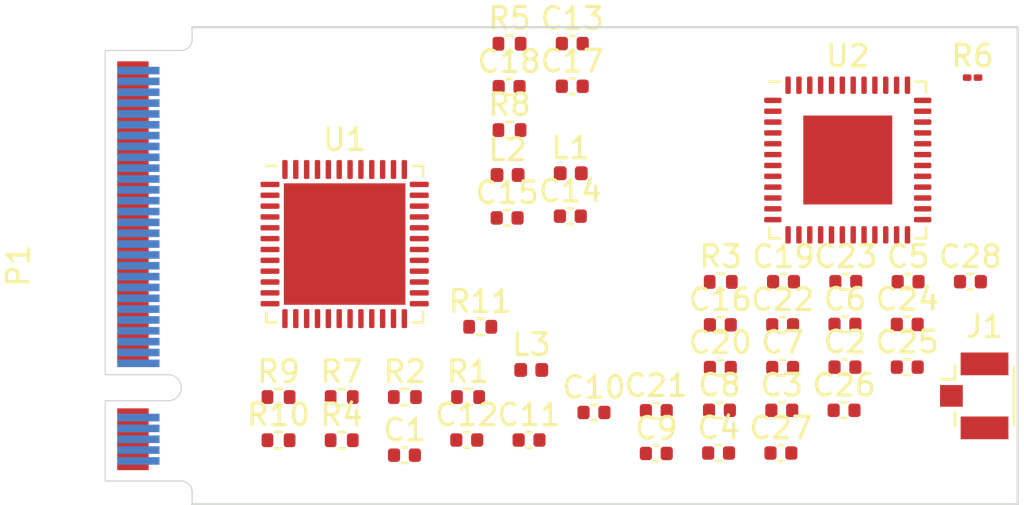
<source format=kicad_pcb>
(kicad_pcb (version 20171130) (host pcbnew 5.1.10)

  (general
    (thickness 1.6)
    (drawings 3)
    (tracks 0)
    (zones 0)
    (modules 46)
    (nets 126)
  )

  (page A4)
  (layers
    (0 F.Cu signal)
    (31 B.Cu signal)
    (32 B.Adhes user)
    (33 F.Adhes user)
    (34 B.Paste user)
    (35 F.Paste user)
    (36 B.SilkS user)
    (37 F.SilkS user)
    (38 B.Mask user)
    (39 F.Mask user)
    (40 Dwgs.User user)
    (41 Cmts.User user)
    (42 Eco1.User user)
    (43 Eco2.User user)
    (44 Edge.Cuts user)
    (45 Margin user)
    (46 B.CrtYd user)
    (47 F.CrtYd user)
    (48 B.Fab user)
    (49 F.Fab user)
  )

  (setup
    (last_trace_width 0.25)
    (trace_clearance 0.2)
    (zone_clearance 0.508)
    (zone_45_only no)
    (trace_min 0.2)
    (via_size 0.8)
    (via_drill 0.4)
    (via_min_size 0.4)
    (via_min_drill 0.3)
    (uvia_size 0.3)
    (uvia_drill 0.1)
    (uvias_allowed no)
    (uvia_min_size 0.2)
    (uvia_min_drill 0.1)
    (edge_width 0.05)
    (segment_width 0.2)
    (pcb_text_width 0.3)
    (pcb_text_size 1.5 1.5)
    (mod_edge_width 0.12)
    (mod_text_size 1 1)
    (mod_text_width 0.15)
    (pad_size 1.524 1.524)
    (pad_drill 0.762)
    (pad_to_mask_clearance 0)
    (aux_axis_origin 0 0)
    (visible_elements FFFFFF7F)
    (pcbplotparams
      (layerselection 0x010fc_ffffffff)
      (usegerberextensions false)
      (usegerberattributes true)
      (usegerberadvancedattributes true)
      (creategerberjobfile true)
      (excludeedgelayer true)
      (linewidth 0.100000)
      (plotframeref false)
      (viasonmask false)
      (mode 1)
      (useauxorigin false)
      (hpglpennumber 1)
      (hpglpenspeed 20)
      (hpglpendiameter 15.000000)
      (psnegative false)
      (psa4output false)
      (plotreference true)
      (plotvalue true)
      (plotinvisibletext false)
      (padsonsilk false)
      (subtractmaskfromsilk false)
      (outputformat 1)
      (mirror false)
      (drillshape 1)
      (scaleselection 1)
      (outputdirectory ""))
  )

  (net 0 "")
  (net 1 VDD)
  (net 2 "Net-(U1-Pad2)")
  (net 3 GND)
  (net 4 "Net-(U1-Pad9)")
  (net 5 "Net-(U1-Pad10)")
  (net 6 "Net-(U1-Pad11)")
  (net 7 "Net-(U1-Pad12)")
  (net 8 "Net-(U1-Pad13)")
  (net 9 "Net-(U1-Pad14)")
  (net 10 "Net-(U1-Pad15)")
  (net 11 "Net-(U1-Pad16)")
  (net 12 "Net-(U1-Pad17)")
  (net 13 "Net-(U1-Pad19)")
  (net 14 "Net-(U1-Pad20)")
  (net 15 "Net-(U1-Pad22)")
  (net 16 "Net-(U1-Pad26)")
  (net 17 "Net-(U1-Pad27)")
  (net 18 "Net-(U1-Pad28)")
  (net 19 "Net-(U1-Pad29)")
  (net 20 "Net-(U1-Pad30)")
  (net 21 "Net-(U1-Pad38)")
  (net 22 "Net-(U1-Pad39)")
  (net 23 "Net-(U1-Pad40)")
  (net 24 "Net-(U1-Pad44)")
  (net 25 "Net-(U2-Pad13)")
  (net 26 "Net-(U2-Pad14)")
  (net 27 "Net-(U2-Pad15)")
  (net 28 "Net-(U2-Pad16)")
  (net 29 "Net-(U2-Pad17)")
  (net 30 "Net-(U2-Pad18)")
  (net 31 "Net-(U2-Pad20)")
  (net 32 "Net-(U2-Pad21)")
  (net 33 "Net-(U2-Pad23)")
  (net 34 "Net-(U2-Pad30)")
  (net 35 "Net-(U2-Pad33)")
  (net 36 "Net-(U2-Pad37)")
  (net 37 "Net-(U2-Pad38)")
  (net 38 "Net-(U2-Pad44)")
  (net 39 "Net-(U2-Pad46)")
  (net 40 OSC_IN)
  (net 41 OSC_OUT)
  (net 42 CE)
  (net 43 SCLK)
  (net 44 SDATA)
  (net 45 SREAD)
  (net 46 SLE)
  (net 47 "Net-(C1-Pad1)")
  (net 48 "Net-(C2-Pad1)")
  (net 49 RF)
  (net 50 "Net-(AE1-Pad2)")
  (net 51 "Net-(C4-Pad2)")
  (net 52 "Net-(C4-Pad1)")
  (net 53 "Net-(C5-Pad2)")
  (net 54 "Net-(C6-Pad1)")
  (net 55 "Net-(C7-Pad1)")
  (net 56 "Net-(C14-Pad1)")
  (net 57 "Net-(C14-Pad2)")
  (net 58 "Net-(C15-Pad1)")
  (net 59 "Net-(C17-Pad1)")
  (net 60 "Net-(C18-Pad1)")
  (net 61 "Net-(C19-Pad1)")
  (net 62 "Net-(C20-Pad1)")
  (net 63 OSC32_IN)
  (net 64 "Net-(C22-Pad1)")
  (net 65 OSC32_OUT)
  (net 66 "Net-(C25-Pad2)")
  (net 67 "Net-(C25-Pad1)")
  (net 68 "Net-(C26-Pad2)")
  (net 69 "Net-(P1-Pad1)")
  (net 70 POWEROFF)
  (net 71 USB_D+)
  (net 72 W_DISABLE)
  (net 73 USB_D-)
  (net 74 M2_LED)
  (net 75 I2S_IN_SD)
  (net 76 I2S_OUT_SCK)
  (net 77 WAKE_ON_WWAN#)
  (net 78 I2S_OUT_WS)
  (net 79 "Net-(P1-Pad25)")
  (net 80 "Net-(P1-Pad26)")
  (net 81 I2S_OUT_SD)
  (net 82 "Net-(P1-Pad29)")
  (net 83 "Net-(P1-Pad30)")
  (net 84 "Net-(P1-Pad31)")
  (net 85 "Net-(P1-Pad32)")
  (net 86 "Net-(P1-Pad34)")
  (net 87 "Net-(P1-Pad35)")
  (net 88 "Net-(P1-Pad36)")
  (net 89 "Net-(P1-Pad37)")
  (net 90 "Net-(P1-Pad38)")
  (net 91 I2C_SCL)
  (net 92 "Net-(P1-Pad41)")
  (net 93 I2C_SDA)
  (net 94 "Net-(P1-Pad43)")
  (net 95 "Net-(P1-Pad44)")
  (net 96 I2S_IN_SCK)
  (net 97 "Net-(P1-Pad47)")
  (net 98 I2S_IN_WS)
  (net 99 "Net-(P1-Pad49)")
  (net 100 "Net-(P1-Pad50)")
  (net 101 "Net-(P1-Pad52)")
  (net 102 "Net-(P1-Pad53)")
  (net 103 "Net-(P1-Pad54)")
  (net 104 "Net-(P1-Pad55)")
  (net 105 "Net-(P1-Pad56)")
  (net 106 "Net-(P1-Pad58)")
  (net 107 SPI_SCLK)
  (net 108 BOOT0)
  (net 109 SPI_MISO)
  (net 110 UART_RX)
  (net 111 SPI_MOSI)
  (net 112 UART_TX)
  (net 113 SPI_CS)
  (net 114 "Net-(P1-Pad66)")
  (net 115 RESET#)
  (net 116 "Net-(P1-Pad68)")
  (net 117 "Net-(P1-Pad69)")
  (net 118 "Net-(R1-Pad1)")
  (net 119 "Net-(R3-Pad1)")
  (net 120 CLKOUT)
  (net 121 "Net-(R7-Pad2)")
  (net 122 "Net-(R8-Pad2)")
  (net 123 DATAIN)
  (net 124 DATAOUT)
  (net 125 "Net-(R9-Pad2)")

  (net_class Default "This is the default net class."
    (clearance 0.2)
    (trace_width 0.25)
    (via_dia 0.8)
    (via_drill 0.4)
    (uvia_dia 0.3)
    (uvia_drill 0.1)
    (add_net BOOT0)
    (add_net CE)
    (add_net CLKOUT)
    (add_net DATAIN)
    (add_net DATAOUT)
    (add_net GND)
    (add_net I2C_SCL)
    (add_net I2C_SDA)
    (add_net I2S_IN_SCK)
    (add_net I2S_IN_SD)
    (add_net I2S_IN_WS)
    (add_net I2S_OUT_SCK)
    (add_net I2S_OUT_SD)
    (add_net I2S_OUT_WS)
    (add_net M2_LED)
    (add_net "Net-(AE1-Pad2)")
    (add_net "Net-(C1-Pad1)")
    (add_net "Net-(C14-Pad1)")
    (add_net "Net-(C14-Pad2)")
    (add_net "Net-(C15-Pad1)")
    (add_net "Net-(C17-Pad1)")
    (add_net "Net-(C18-Pad1)")
    (add_net "Net-(C19-Pad1)")
    (add_net "Net-(C2-Pad1)")
    (add_net "Net-(C20-Pad1)")
    (add_net "Net-(C22-Pad1)")
    (add_net "Net-(C25-Pad1)")
    (add_net "Net-(C25-Pad2)")
    (add_net "Net-(C26-Pad2)")
    (add_net "Net-(C4-Pad1)")
    (add_net "Net-(C4-Pad2)")
    (add_net "Net-(C5-Pad2)")
    (add_net "Net-(C6-Pad1)")
    (add_net "Net-(C7-Pad1)")
    (add_net "Net-(P1-Pad1)")
    (add_net "Net-(P1-Pad25)")
    (add_net "Net-(P1-Pad26)")
    (add_net "Net-(P1-Pad29)")
    (add_net "Net-(P1-Pad30)")
    (add_net "Net-(P1-Pad31)")
    (add_net "Net-(P1-Pad32)")
    (add_net "Net-(P1-Pad34)")
    (add_net "Net-(P1-Pad35)")
    (add_net "Net-(P1-Pad36)")
    (add_net "Net-(P1-Pad37)")
    (add_net "Net-(P1-Pad38)")
    (add_net "Net-(P1-Pad41)")
    (add_net "Net-(P1-Pad43)")
    (add_net "Net-(P1-Pad44)")
    (add_net "Net-(P1-Pad47)")
    (add_net "Net-(P1-Pad49)")
    (add_net "Net-(P1-Pad50)")
    (add_net "Net-(P1-Pad52)")
    (add_net "Net-(P1-Pad53)")
    (add_net "Net-(P1-Pad54)")
    (add_net "Net-(P1-Pad55)")
    (add_net "Net-(P1-Pad56)")
    (add_net "Net-(P1-Pad58)")
    (add_net "Net-(P1-Pad66)")
    (add_net "Net-(P1-Pad68)")
    (add_net "Net-(P1-Pad69)")
    (add_net "Net-(R1-Pad1)")
    (add_net "Net-(R3-Pad1)")
    (add_net "Net-(R7-Pad2)")
    (add_net "Net-(R8-Pad2)")
    (add_net "Net-(R9-Pad2)")
    (add_net "Net-(U1-Pad10)")
    (add_net "Net-(U1-Pad11)")
    (add_net "Net-(U1-Pad12)")
    (add_net "Net-(U1-Pad13)")
    (add_net "Net-(U1-Pad14)")
    (add_net "Net-(U1-Pad15)")
    (add_net "Net-(U1-Pad16)")
    (add_net "Net-(U1-Pad17)")
    (add_net "Net-(U1-Pad19)")
    (add_net "Net-(U1-Pad2)")
    (add_net "Net-(U1-Pad20)")
    (add_net "Net-(U1-Pad22)")
    (add_net "Net-(U1-Pad26)")
    (add_net "Net-(U1-Pad27)")
    (add_net "Net-(U1-Pad28)")
    (add_net "Net-(U1-Pad29)")
    (add_net "Net-(U1-Pad30)")
    (add_net "Net-(U1-Pad38)")
    (add_net "Net-(U1-Pad39)")
    (add_net "Net-(U1-Pad40)")
    (add_net "Net-(U1-Pad44)")
    (add_net "Net-(U1-Pad9)")
    (add_net "Net-(U2-Pad13)")
    (add_net "Net-(U2-Pad14)")
    (add_net "Net-(U2-Pad15)")
    (add_net "Net-(U2-Pad16)")
    (add_net "Net-(U2-Pad17)")
    (add_net "Net-(U2-Pad18)")
    (add_net "Net-(U2-Pad20)")
    (add_net "Net-(U2-Pad21)")
    (add_net "Net-(U2-Pad23)")
    (add_net "Net-(U2-Pad30)")
    (add_net "Net-(U2-Pad33)")
    (add_net "Net-(U2-Pad37)")
    (add_net "Net-(U2-Pad38)")
    (add_net "Net-(U2-Pad44)")
    (add_net "Net-(U2-Pad46)")
    (add_net OSC32_IN)
    (add_net OSC32_OUT)
    (add_net OSC_IN)
    (add_net OSC_OUT)
    (add_net POWEROFF)
    (add_net RESET#)
    (add_net RF)
    (add_net SCLK)
    (add_net SDATA)
    (add_net SLE)
    (add_net SPI_CS)
    (add_net SPI_MISO)
    (add_net SPI_MOSI)
    (add_net SPI_SCLK)
    (add_net SREAD)
    (add_net UART_RX)
    (add_net UART_TX)
    (add_net USB_D+)
    (add_net USB_D-)
    (add_net VDD)
    (add_net WAKE_ON_WWAN#)
    (add_net W_DISABLE)
  )

  (module Capacitor_SMD:C_0402_1005Metric (layer F.Cu) (tedit 5F68FEEE) (tstamp 610A0AEF)
    (at 153.755001 89.735001)
    (descr "Capacitor SMD 0402 (1005 Metric), square (rectangular) end terminal, IPC_7351 nominal, (Body size source: IPC-SM-782 page 76, https://www.pcb-3d.com/wordpress/wp-content/uploads/ipc-sm-782a_amendment_1_and_2.pdf), generated with kicad-footprint-generator")
    (tags capacitor)
    (path /617E4E54)
    (attr smd)
    (fp_text reference C1 (at 0 -1.16) (layer F.SilkS)
      (effects (font (size 1 1) (thickness 0.15)))
    )
    (fp_text value 6p8 (at 0 1.16) (layer F.Fab)
      (effects (font (size 1 1) (thickness 0.15)))
    )
    (fp_text user %R (at 0 0) (layer F.Fab)
      (effects (font (size 0.25 0.25) (thickness 0.04)))
    )
    (fp_line (start -0.5 0.25) (end -0.5 -0.25) (layer F.Fab) (width 0.1))
    (fp_line (start -0.5 -0.25) (end 0.5 -0.25) (layer F.Fab) (width 0.1))
    (fp_line (start 0.5 -0.25) (end 0.5 0.25) (layer F.Fab) (width 0.1))
    (fp_line (start 0.5 0.25) (end -0.5 0.25) (layer F.Fab) (width 0.1))
    (fp_line (start -0.107836 -0.36) (end 0.107836 -0.36) (layer F.SilkS) (width 0.12))
    (fp_line (start -0.107836 0.36) (end 0.107836 0.36) (layer F.SilkS) (width 0.12))
    (fp_line (start -0.91 0.46) (end -0.91 -0.46) (layer F.CrtYd) (width 0.05))
    (fp_line (start -0.91 -0.46) (end 0.91 -0.46) (layer F.CrtYd) (width 0.05))
    (fp_line (start 0.91 -0.46) (end 0.91 0.46) (layer F.CrtYd) (width 0.05))
    (fp_line (start 0.91 0.46) (end -0.91 0.46) (layer F.CrtYd) (width 0.05))
    (pad 2 smd roundrect (at 0.48 0) (size 0.56 0.62) (layers F.Cu F.Paste F.Mask) (roundrect_rratio 0.25)
      (net 3 GND))
    (pad 1 smd roundrect (at -0.48 0) (size 0.56 0.62) (layers F.Cu F.Paste F.Mask) (roundrect_rratio 0.25)
      (net 47 "Net-(C1-Pad1)"))
    (model ${KISYS3DMOD}/Capacitor_SMD.3dshapes/C_0402_1005Metric.wrl
      (at (xyz 0 0 0))
      (scale (xyz 1 1 1))
      (rotate (xyz 0 0 0))
    )
  )

  (module Capacitor_SMD:C_0402_1005Metric (layer F.Cu) (tedit 5F68FEEE) (tstamp 610A0B00)
    (at 174.045001 85.675001)
    (descr "Capacitor SMD 0402 (1005 Metric), square (rectangular) end terminal, IPC_7351 nominal, (Body size source: IPC-SM-782 page 76, https://www.pcb-3d.com/wordpress/wp-content/uploads/ipc-sm-782a_amendment_1_and_2.pdf), generated with kicad-footprint-generator")
    (tags capacitor)
    (path /6111D569)
    (attr smd)
    (fp_text reference C2 (at 0 -1.16) (layer F.SilkS)
      (effects (font (size 1 1) (thickness 0.15)))
    )
    (fp_text value 100n (at 0 1.16) (layer F.Fab)
      (effects (font (size 1 1) (thickness 0.15)))
    )
    (fp_line (start 0.91 0.46) (end -0.91 0.46) (layer F.CrtYd) (width 0.05))
    (fp_line (start 0.91 -0.46) (end 0.91 0.46) (layer F.CrtYd) (width 0.05))
    (fp_line (start -0.91 -0.46) (end 0.91 -0.46) (layer F.CrtYd) (width 0.05))
    (fp_line (start -0.91 0.46) (end -0.91 -0.46) (layer F.CrtYd) (width 0.05))
    (fp_line (start -0.107836 0.36) (end 0.107836 0.36) (layer F.SilkS) (width 0.12))
    (fp_line (start -0.107836 -0.36) (end 0.107836 -0.36) (layer F.SilkS) (width 0.12))
    (fp_line (start 0.5 0.25) (end -0.5 0.25) (layer F.Fab) (width 0.1))
    (fp_line (start 0.5 -0.25) (end 0.5 0.25) (layer F.Fab) (width 0.1))
    (fp_line (start -0.5 -0.25) (end 0.5 -0.25) (layer F.Fab) (width 0.1))
    (fp_line (start -0.5 0.25) (end -0.5 -0.25) (layer F.Fab) (width 0.1))
    (fp_text user %R (at 0 0) (layer F.Fab)
      (effects (font (size 0.25 0.25) (thickness 0.04)))
    )
    (pad 1 smd roundrect (at -0.48 0) (size 0.56 0.62) (layers F.Cu F.Paste F.Mask) (roundrect_rratio 0.25)
      (net 48 "Net-(C2-Pad1)"))
    (pad 2 smd roundrect (at 0.48 0) (size 0.56 0.62) (layers F.Cu F.Paste F.Mask) (roundrect_rratio 0.25)
      (net 49 RF))
    (model ${KISYS3DMOD}/Capacitor_SMD.3dshapes/C_0402_1005Metric.wrl
      (at (xyz 0 0 0))
      (scale (xyz 1 1 1))
      (rotate (xyz 0 0 0))
    )
  )

  (module Capacitor_SMD:C_0402_1005Metric (layer F.Cu) (tedit 5F68FEEE) (tstamp 610A0B11)
    (at 171.135001 87.665001)
    (descr "Capacitor SMD 0402 (1005 Metric), square (rectangular) end terminal, IPC_7351 nominal, (Body size source: IPC-SM-782 page 76, https://www.pcb-3d.com/wordpress/wp-content/uploads/ipc-sm-782a_amendment_1_and_2.pdf), generated with kicad-footprint-generator")
    (tags capacitor)
    (path /6117D291)
    (attr smd)
    (fp_text reference C3 (at 0 -1.16) (layer F.SilkS)
      (effects (font (size 1 1) (thickness 0.15)))
    )
    (fp_text value 100n (at 0 1.16) (layer F.Fab)
      (effects (font (size 1 1) (thickness 0.15)))
    )
    (fp_text user %R (at 0 0) (layer F.Fab)
      (effects (font (size 0.25 0.25) (thickness 0.04)))
    )
    (fp_line (start -0.5 0.25) (end -0.5 -0.25) (layer F.Fab) (width 0.1))
    (fp_line (start -0.5 -0.25) (end 0.5 -0.25) (layer F.Fab) (width 0.1))
    (fp_line (start 0.5 -0.25) (end 0.5 0.25) (layer F.Fab) (width 0.1))
    (fp_line (start 0.5 0.25) (end -0.5 0.25) (layer F.Fab) (width 0.1))
    (fp_line (start -0.107836 -0.36) (end 0.107836 -0.36) (layer F.SilkS) (width 0.12))
    (fp_line (start -0.107836 0.36) (end 0.107836 0.36) (layer F.SilkS) (width 0.12))
    (fp_line (start -0.91 0.46) (end -0.91 -0.46) (layer F.CrtYd) (width 0.05))
    (fp_line (start -0.91 -0.46) (end 0.91 -0.46) (layer F.CrtYd) (width 0.05))
    (fp_line (start 0.91 -0.46) (end 0.91 0.46) (layer F.CrtYd) (width 0.05))
    (fp_line (start 0.91 0.46) (end -0.91 0.46) (layer F.CrtYd) (width 0.05))
    (pad 2 smd roundrect (at 0.48 0) (size 0.56 0.62) (layers F.Cu F.Paste F.Mask) (roundrect_rratio 0.25)
      (net 49 RF))
    (pad 1 smd roundrect (at -0.48 0) (size 0.56 0.62) (layers F.Cu F.Paste F.Mask) (roundrect_rratio 0.25)
      (net 50 "Net-(AE1-Pad2)"))
    (model ${KISYS3DMOD}/Capacitor_SMD.3dshapes/C_0402_1005Metric.wrl
      (at (xyz 0 0 0))
      (scale (xyz 1 1 1))
      (rotate (xyz 0 0 0))
    )
  )

  (module Capacitor_SMD:C_0402_1005Metric (layer F.Cu) (tedit 5F68FEEE) (tstamp 610A0B22)
    (at 168.225001 89.635001)
    (descr "Capacitor SMD 0402 (1005 Metric), square (rectangular) end terminal, IPC_7351 nominal, (Body size source: IPC-SM-782 page 76, https://www.pcb-3d.com/wordpress/wp-content/uploads/ipc-sm-782a_amendment_1_and_2.pdf), generated with kicad-footprint-generator")
    (tags capacitor)
    (path /617440B0)
    (attr smd)
    (fp_text reference C4 (at 0 -1.16) (layer F.SilkS)
      (effects (font (size 1 1) (thickness 0.15)))
    )
    (fp_text value 10p (at 0 1.16) (layer F.Fab)
      (effects (font (size 1 1) (thickness 0.15)))
    )
    (fp_text user %R (at 0 0) (layer F.Fab)
      (effects (font (size 0.25 0.25) (thickness 0.04)))
    )
    (fp_line (start -0.5 0.25) (end -0.5 -0.25) (layer F.Fab) (width 0.1))
    (fp_line (start -0.5 -0.25) (end 0.5 -0.25) (layer F.Fab) (width 0.1))
    (fp_line (start 0.5 -0.25) (end 0.5 0.25) (layer F.Fab) (width 0.1))
    (fp_line (start 0.5 0.25) (end -0.5 0.25) (layer F.Fab) (width 0.1))
    (fp_line (start -0.107836 -0.36) (end 0.107836 -0.36) (layer F.SilkS) (width 0.12))
    (fp_line (start -0.107836 0.36) (end 0.107836 0.36) (layer F.SilkS) (width 0.12))
    (fp_line (start -0.91 0.46) (end -0.91 -0.46) (layer F.CrtYd) (width 0.05))
    (fp_line (start -0.91 -0.46) (end 0.91 -0.46) (layer F.CrtYd) (width 0.05))
    (fp_line (start 0.91 -0.46) (end 0.91 0.46) (layer F.CrtYd) (width 0.05))
    (fp_line (start 0.91 0.46) (end -0.91 0.46) (layer F.CrtYd) (width 0.05))
    (pad 2 smd roundrect (at 0.48 0) (size 0.56 0.62) (layers F.Cu F.Paste F.Mask) (roundrect_rratio 0.25)
      (net 51 "Net-(C4-Pad2)"))
    (pad 1 smd roundrect (at -0.48 0) (size 0.56 0.62) (layers F.Cu F.Paste F.Mask) (roundrect_rratio 0.25)
      (net 52 "Net-(C4-Pad1)"))
    (model ${KISYS3DMOD}/Capacitor_SMD.3dshapes/C_0402_1005Metric.wrl
      (at (xyz 0 0 0))
      (scale (xyz 1 1 1))
      (rotate (xyz 0 0 0))
    )
  )

  (module Capacitor_SMD:C_0402_1005Metric (layer F.Cu) (tedit 5F68FEEE) (tstamp 610A0B33)
    (at 176.955001 81.735001)
    (descr "Capacitor SMD 0402 (1005 Metric), square (rectangular) end terminal, IPC_7351 nominal, (Body size source: IPC-SM-782 page 76, https://www.pcb-3d.com/wordpress/wp-content/uploads/ipc-sm-782a_amendment_1_and_2.pdf), generated with kicad-footprint-generator")
    (tags capacitor)
    (path /61742B42)
    (attr smd)
    (fp_text reference C5 (at 0 -1.16) (layer F.SilkS)
      (effects (font (size 1 1) (thickness 0.15)))
    )
    (fp_text value 4p7 (at 0 1.16) (layer F.Fab)
      (effects (font (size 1 1) (thickness 0.15)))
    )
    (fp_line (start 0.91 0.46) (end -0.91 0.46) (layer F.CrtYd) (width 0.05))
    (fp_line (start 0.91 -0.46) (end 0.91 0.46) (layer F.CrtYd) (width 0.05))
    (fp_line (start -0.91 -0.46) (end 0.91 -0.46) (layer F.CrtYd) (width 0.05))
    (fp_line (start -0.91 0.46) (end -0.91 -0.46) (layer F.CrtYd) (width 0.05))
    (fp_line (start -0.107836 0.36) (end 0.107836 0.36) (layer F.SilkS) (width 0.12))
    (fp_line (start -0.107836 -0.36) (end 0.107836 -0.36) (layer F.SilkS) (width 0.12))
    (fp_line (start 0.5 0.25) (end -0.5 0.25) (layer F.Fab) (width 0.1))
    (fp_line (start 0.5 -0.25) (end 0.5 0.25) (layer F.Fab) (width 0.1))
    (fp_line (start -0.5 -0.25) (end 0.5 -0.25) (layer F.Fab) (width 0.1))
    (fp_line (start -0.5 0.25) (end -0.5 -0.25) (layer F.Fab) (width 0.1))
    (fp_text user %R (at 0 0) (layer F.Fab)
      (effects (font (size 0.25 0.25) (thickness 0.04)))
    )
    (pad 1 smd roundrect (at -0.48 0) (size 0.56 0.62) (layers F.Cu F.Paste F.Mask) (roundrect_rratio 0.25)
      (net 52 "Net-(C4-Pad1)"))
    (pad 2 smd roundrect (at 0.48 0) (size 0.56 0.62) (layers F.Cu F.Paste F.Mask) (roundrect_rratio 0.25)
      (net 53 "Net-(C5-Pad2)"))
    (model ${KISYS3DMOD}/Capacitor_SMD.3dshapes/C_0402_1005Metric.wrl
      (at (xyz 0 0 0))
      (scale (xyz 1 1 1))
      (rotate (xyz 0 0 0))
    )
  )

  (module Capacitor_SMD:C_0402_1005Metric (layer F.Cu) (tedit 5F68FEEE) (tstamp 610A0B44)
    (at 174.045001 83.705001)
    (descr "Capacitor SMD 0402 (1005 Metric), square (rectangular) end terminal, IPC_7351 nominal, (Body size source: IPC-SM-782 page 76, https://www.pcb-3d.com/wordpress/wp-content/uploads/ipc-sm-782a_amendment_1_and_2.pdf), generated with kicad-footprint-generator")
    (tags capacitor)
    (path /6178D4AB)
    (attr smd)
    (fp_text reference C6 (at 0 -1.16) (layer F.SilkS)
      (effects (font (size 1 1) (thickness 0.15)))
    )
    (fp_text value 6p8 (at 0 1.16) (layer F.Fab)
      (effects (font (size 1 1) (thickness 0.15)))
    )
    (fp_line (start 0.91 0.46) (end -0.91 0.46) (layer F.CrtYd) (width 0.05))
    (fp_line (start 0.91 -0.46) (end 0.91 0.46) (layer F.CrtYd) (width 0.05))
    (fp_line (start -0.91 -0.46) (end 0.91 -0.46) (layer F.CrtYd) (width 0.05))
    (fp_line (start -0.91 0.46) (end -0.91 -0.46) (layer F.CrtYd) (width 0.05))
    (fp_line (start -0.107836 0.36) (end 0.107836 0.36) (layer F.SilkS) (width 0.12))
    (fp_line (start -0.107836 -0.36) (end 0.107836 -0.36) (layer F.SilkS) (width 0.12))
    (fp_line (start 0.5 0.25) (end -0.5 0.25) (layer F.Fab) (width 0.1))
    (fp_line (start 0.5 -0.25) (end 0.5 0.25) (layer F.Fab) (width 0.1))
    (fp_line (start -0.5 -0.25) (end 0.5 -0.25) (layer F.Fab) (width 0.1))
    (fp_line (start -0.5 0.25) (end -0.5 -0.25) (layer F.Fab) (width 0.1))
    (fp_text user %R (at 0 0) (layer F.Fab)
      (effects (font (size 0.25 0.25) (thickness 0.04)))
    )
    (pad 1 smd roundrect (at -0.48 0) (size 0.56 0.62) (layers F.Cu F.Paste F.Mask) (roundrect_rratio 0.25)
      (net 54 "Net-(C6-Pad1)"))
    (pad 2 smd roundrect (at 0.48 0) (size 0.56 0.62) (layers F.Cu F.Paste F.Mask) (roundrect_rratio 0.25)
      (net 3 GND))
    (model ${KISYS3DMOD}/Capacitor_SMD.3dshapes/C_0402_1005Metric.wrl
      (at (xyz 0 0 0))
      (scale (xyz 1 1 1))
      (rotate (xyz 0 0 0))
    )
  )

  (module Capacitor_SMD:C_0402_1005Metric (layer F.Cu) (tedit 5F68FEEE) (tstamp 610A0B55)
    (at 171.175001 85.695001)
    (descr "Capacitor SMD 0402 (1005 Metric), square (rectangular) end terminal, IPC_7351 nominal, (Body size source: IPC-SM-782 page 76, https://www.pcb-3d.com/wordpress/wp-content/uploads/ipc-sm-782a_amendment_1_and_2.pdf), generated with kicad-footprint-generator")
    (tags capacitor)
    (path /6130291A)
    (attr smd)
    (fp_text reference C7 (at 0 -1.16) (layer F.SilkS)
      (effects (font (size 1 1) (thickness 0.15)))
    )
    (fp_text value 100n (at 0 1.16) (layer F.Fab)
      (effects (font (size 1 1) (thickness 0.15)))
    )
    (fp_text user %R (at 0 0) (layer F.Fab)
      (effects (font (size 0.25 0.25) (thickness 0.04)))
    )
    (fp_line (start -0.5 0.25) (end -0.5 -0.25) (layer F.Fab) (width 0.1))
    (fp_line (start -0.5 -0.25) (end 0.5 -0.25) (layer F.Fab) (width 0.1))
    (fp_line (start 0.5 -0.25) (end 0.5 0.25) (layer F.Fab) (width 0.1))
    (fp_line (start 0.5 0.25) (end -0.5 0.25) (layer F.Fab) (width 0.1))
    (fp_line (start -0.107836 -0.36) (end 0.107836 -0.36) (layer F.SilkS) (width 0.12))
    (fp_line (start -0.107836 0.36) (end 0.107836 0.36) (layer F.SilkS) (width 0.12))
    (fp_line (start -0.91 0.46) (end -0.91 -0.46) (layer F.CrtYd) (width 0.05))
    (fp_line (start -0.91 -0.46) (end 0.91 -0.46) (layer F.CrtYd) (width 0.05))
    (fp_line (start 0.91 -0.46) (end 0.91 0.46) (layer F.CrtYd) (width 0.05))
    (fp_line (start 0.91 0.46) (end -0.91 0.46) (layer F.CrtYd) (width 0.05))
    (pad 2 smd roundrect (at 0.48 0) (size 0.56 0.62) (layers F.Cu F.Paste F.Mask) (roundrect_rratio 0.25)
      (net 3 GND))
    (pad 1 smd roundrect (at -0.48 0) (size 0.56 0.62) (layers F.Cu F.Paste F.Mask) (roundrect_rratio 0.25)
      (net 55 "Net-(C7-Pad1)"))
    (model ${KISYS3DMOD}/Capacitor_SMD.3dshapes/C_0402_1005Metric.wrl
      (at (xyz 0 0 0))
      (scale (xyz 1 1 1))
      (rotate (xyz 0 0 0))
    )
  )

  (module Capacitor_SMD:C_0402_1005Metric (layer F.Cu) (tedit 5F68FEEE) (tstamp 610A0B66)
    (at 168.265001 87.665001)
    (descr "Capacitor SMD 0402 (1005 Metric), square (rectangular) end terminal, IPC_7351 nominal, (Body size source: IPC-SM-782 page 76, https://www.pcb-3d.com/wordpress/wp-content/uploads/ipc-sm-782a_amendment_1_and_2.pdf), generated with kicad-footprint-generator")
    (tags capacitor)
    (path /610305C7)
    (attr smd)
    (fp_text reference C8 (at 0 -1.16) (layer F.SilkS)
      (effects (font (size 1 1) (thickness 0.15)))
    )
    (fp_text value 100n (at 0 1.16) (layer F.Fab)
      (effects (font (size 1 1) (thickness 0.15)))
    )
    (fp_line (start 0.91 0.46) (end -0.91 0.46) (layer F.CrtYd) (width 0.05))
    (fp_line (start 0.91 -0.46) (end 0.91 0.46) (layer F.CrtYd) (width 0.05))
    (fp_line (start -0.91 -0.46) (end 0.91 -0.46) (layer F.CrtYd) (width 0.05))
    (fp_line (start -0.91 0.46) (end -0.91 -0.46) (layer F.CrtYd) (width 0.05))
    (fp_line (start -0.107836 0.36) (end 0.107836 0.36) (layer F.SilkS) (width 0.12))
    (fp_line (start -0.107836 -0.36) (end 0.107836 -0.36) (layer F.SilkS) (width 0.12))
    (fp_line (start 0.5 0.25) (end -0.5 0.25) (layer F.Fab) (width 0.1))
    (fp_line (start 0.5 -0.25) (end 0.5 0.25) (layer F.Fab) (width 0.1))
    (fp_line (start -0.5 -0.25) (end 0.5 -0.25) (layer F.Fab) (width 0.1))
    (fp_line (start -0.5 0.25) (end -0.5 -0.25) (layer F.Fab) (width 0.1))
    (fp_text user %R (at 0 0) (layer F.Fab)
      (effects (font (size 0.25 0.25) (thickness 0.04)))
    )
    (pad 1 smd roundrect (at -0.48 0) (size 0.56 0.62) (layers F.Cu F.Paste F.Mask) (roundrect_rratio 0.25)
      (net 1 VDD))
    (pad 2 smd roundrect (at 0.48 0) (size 0.56 0.62) (layers F.Cu F.Paste F.Mask) (roundrect_rratio 0.25)
      (net 3 GND))
    (model ${KISYS3DMOD}/Capacitor_SMD.3dshapes/C_0402_1005Metric.wrl
      (at (xyz 0 0 0))
      (scale (xyz 1 1 1))
      (rotate (xyz 0 0 0))
    )
  )

  (module Capacitor_SMD:C_0402_1005Metric (layer F.Cu) (tedit 5F68FEEE) (tstamp 610A0B77)
    (at 165.355001 89.655001)
    (descr "Capacitor SMD 0402 (1005 Metric), square (rectangular) end terminal, IPC_7351 nominal, (Body size source: IPC-SM-782 page 76, https://www.pcb-3d.com/wordpress/wp-content/uploads/ipc-sm-782a_amendment_1_and_2.pdf), generated with kicad-footprint-generator")
    (tags capacitor)
    (path /612954BC)
    (attr smd)
    (fp_text reference C9 (at 0 -1.16) (layer F.SilkS)
      (effects (font (size 1 1) (thickness 0.15)))
    )
    (fp_text value 10n (at 0 1.16) (layer F.Fab)
      (effects (font (size 1 1) (thickness 0.15)))
    )
    (fp_text user %R (at 0 0) (layer F.Fab)
      (effects (font (size 0.25 0.25) (thickness 0.04)))
    )
    (fp_line (start -0.5 0.25) (end -0.5 -0.25) (layer F.Fab) (width 0.1))
    (fp_line (start -0.5 -0.25) (end 0.5 -0.25) (layer F.Fab) (width 0.1))
    (fp_line (start 0.5 -0.25) (end 0.5 0.25) (layer F.Fab) (width 0.1))
    (fp_line (start 0.5 0.25) (end -0.5 0.25) (layer F.Fab) (width 0.1))
    (fp_line (start -0.107836 -0.36) (end 0.107836 -0.36) (layer F.SilkS) (width 0.12))
    (fp_line (start -0.107836 0.36) (end 0.107836 0.36) (layer F.SilkS) (width 0.12))
    (fp_line (start -0.91 0.46) (end -0.91 -0.46) (layer F.CrtYd) (width 0.05))
    (fp_line (start -0.91 -0.46) (end 0.91 -0.46) (layer F.CrtYd) (width 0.05))
    (fp_line (start 0.91 -0.46) (end 0.91 0.46) (layer F.CrtYd) (width 0.05))
    (fp_line (start 0.91 0.46) (end -0.91 0.46) (layer F.CrtYd) (width 0.05))
    (pad 2 smd roundrect (at 0.48 0) (size 0.56 0.62) (layers F.Cu F.Paste F.Mask) (roundrect_rratio 0.25)
      (net 3 GND))
    (pad 1 smd roundrect (at -0.48 0) (size 0.56 0.62) (layers F.Cu F.Paste F.Mask) (roundrect_rratio 0.25)
      (net 1 VDD))
    (model ${KISYS3DMOD}/Capacitor_SMD.3dshapes/C_0402_1005Metric.wrl
      (at (xyz 0 0 0))
      (scale (xyz 1 1 1))
      (rotate (xyz 0 0 0))
    )
  )

  (module Capacitor_SMD:C_0402_1005Metric (layer F.Cu) (tedit 5F68FEEE) (tstamp 610A0B88)
    (at 162.485001 87.765001)
    (descr "Capacitor SMD 0402 (1005 Metric), square (rectangular) end terminal, IPC_7351 nominal, (Body size source: IPC-SM-782 page 76, https://www.pcb-3d.com/wordpress/wp-content/uploads/ipc-sm-782a_amendment_1_and_2.pdf), generated with kicad-footprint-generator")
    (tags capacitor)
    (path /6131C8FE)
    (attr smd)
    (fp_text reference C10 (at 0 -1.16) (layer F.SilkS)
      (effects (font (size 1 1) (thickness 0.15)))
    )
    (fp_text value 100p (at 0 1.16) (layer F.Fab)
      (effects (font (size 1 1) (thickness 0.15)))
    )
    (fp_text user %R (at 0 0) (layer F.Fab)
      (effects (font (size 0.25 0.25) (thickness 0.04)))
    )
    (fp_line (start -0.5 0.25) (end -0.5 -0.25) (layer F.Fab) (width 0.1))
    (fp_line (start -0.5 -0.25) (end 0.5 -0.25) (layer F.Fab) (width 0.1))
    (fp_line (start 0.5 -0.25) (end 0.5 0.25) (layer F.Fab) (width 0.1))
    (fp_line (start 0.5 0.25) (end -0.5 0.25) (layer F.Fab) (width 0.1))
    (fp_line (start -0.107836 -0.36) (end 0.107836 -0.36) (layer F.SilkS) (width 0.12))
    (fp_line (start -0.107836 0.36) (end 0.107836 0.36) (layer F.SilkS) (width 0.12))
    (fp_line (start -0.91 0.46) (end -0.91 -0.46) (layer F.CrtYd) (width 0.05))
    (fp_line (start -0.91 -0.46) (end 0.91 -0.46) (layer F.CrtYd) (width 0.05))
    (fp_line (start 0.91 -0.46) (end 0.91 0.46) (layer F.CrtYd) (width 0.05))
    (fp_line (start 0.91 0.46) (end -0.91 0.46) (layer F.CrtYd) (width 0.05))
    (pad 2 smd roundrect (at 0.48 0) (size 0.56 0.62) (layers F.Cu F.Paste F.Mask) (roundrect_rratio 0.25)
      (net 3 GND))
    (pad 1 smd roundrect (at -0.48 0) (size 0.56 0.62) (layers F.Cu F.Paste F.Mask) (roundrect_rratio 0.25)
      (net 1 VDD))
    (model ${KISYS3DMOD}/Capacitor_SMD.3dshapes/C_0402_1005Metric.wrl
      (at (xyz 0 0 0))
      (scale (xyz 1 1 1))
      (rotate (xyz 0 0 0))
    )
  )

  (module Capacitor_SMD:C_0402_1005Metric (layer F.Cu) (tedit 5F68FEEE) (tstamp 610A0B99)
    (at 159.495001 89.035001)
    (descr "Capacitor SMD 0402 (1005 Metric), square (rectangular) end terminal, IPC_7351 nominal, (Body size source: IPC-SM-782 page 76, https://www.pcb-3d.com/wordpress/wp-content/uploads/ipc-sm-782a_amendment_1_and_2.pdf), generated with kicad-footprint-generator")
    (tags capacitor)
    (path /6102BB0D)
    (attr smd)
    (fp_text reference C11 (at 0 -1.16) (layer F.SilkS)
      (effects (font (size 1 1) (thickness 0.15)))
    )
    (fp_text value 100n (at 0 1.16) (layer F.Fab)
      (effects (font (size 1 1) (thickness 0.15)))
    )
    (fp_text user %R (at 0 0) (layer F.Fab)
      (effects (font (size 0.25 0.25) (thickness 0.04)))
    )
    (fp_line (start -0.5 0.25) (end -0.5 -0.25) (layer F.Fab) (width 0.1))
    (fp_line (start -0.5 -0.25) (end 0.5 -0.25) (layer F.Fab) (width 0.1))
    (fp_line (start 0.5 -0.25) (end 0.5 0.25) (layer F.Fab) (width 0.1))
    (fp_line (start 0.5 0.25) (end -0.5 0.25) (layer F.Fab) (width 0.1))
    (fp_line (start -0.107836 -0.36) (end 0.107836 -0.36) (layer F.SilkS) (width 0.12))
    (fp_line (start -0.107836 0.36) (end 0.107836 0.36) (layer F.SilkS) (width 0.12))
    (fp_line (start -0.91 0.46) (end -0.91 -0.46) (layer F.CrtYd) (width 0.05))
    (fp_line (start -0.91 -0.46) (end 0.91 -0.46) (layer F.CrtYd) (width 0.05))
    (fp_line (start 0.91 -0.46) (end 0.91 0.46) (layer F.CrtYd) (width 0.05))
    (fp_line (start 0.91 0.46) (end -0.91 0.46) (layer F.CrtYd) (width 0.05))
    (pad 2 smd roundrect (at 0.48 0) (size 0.56 0.62) (layers F.Cu F.Paste F.Mask) (roundrect_rratio 0.25)
      (net 3 GND))
    (pad 1 smd roundrect (at -0.48 0) (size 0.56 0.62) (layers F.Cu F.Paste F.Mask) (roundrect_rratio 0.25)
      (net 1 VDD))
    (model ${KISYS3DMOD}/Capacitor_SMD.3dshapes/C_0402_1005Metric.wrl
      (at (xyz 0 0 0))
      (scale (xyz 1 1 1))
      (rotate (xyz 0 0 0))
    )
  )

  (module Capacitor_SMD:C_0402_1005Metric (layer F.Cu) (tedit 5F68FEEE) (tstamp 610A0BAA)
    (at 156.625001 89.035001)
    (descr "Capacitor SMD 0402 (1005 Metric), square (rectangular) end terminal, IPC_7351 nominal, (Body size source: IPC-SM-782 page 76, https://www.pcb-3d.com/wordpress/wp-content/uploads/ipc-sm-782a_amendment_1_and_2.pdf), generated with kicad-footprint-generator")
    (tags capacitor)
    (path /61313116)
    (attr smd)
    (fp_text reference C12 (at 0 -1.16) (layer F.SilkS)
      (effects (font (size 1 1) (thickness 0.15)))
    )
    (fp_text value 100n (at 0 1.16) (layer F.Fab)
      (effects (font (size 1 1) (thickness 0.15)))
    )
    (fp_line (start 0.91 0.46) (end -0.91 0.46) (layer F.CrtYd) (width 0.05))
    (fp_line (start 0.91 -0.46) (end 0.91 0.46) (layer F.CrtYd) (width 0.05))
    (fp_line (start -0.91 -0.46) (end 0.91 -0.46) (layer F.CrtYd) (width 0.05))
    (fp_line (start -0.91 0.46) (end -0.91 -0.46) (layer F.CrtYd) (width 0.05))
    (fp_line (start -0.107836 0.36) (end 0.107836 0.36) (layer F.SilkS) (width 0.12))
    (fp_line (start -0.107836 -0.36) (end 0.107836 -0.36) (layer F.SilkS) (width 0.12))
    (fp_line (start 0.5 0.25) (end -0.5 0.25) (layer F.Fab) (width 0.1))
    (fp_line (start 0.5 -0.25) (end 0.5 0.25) (layer F.Fab) (width 0.1))
    (fp_line (start -0.5 -0.25) (end 0.5 -0.25) (layer F.Fab) (width 0.1))
    (fp_line (start -0.5 0.25) (end -0.5 -0.25) (layer F.Fab) (width 0.1))
    (fp_text user %R (at 0 0) (layer F.Fab)
      (effects (font (size 0.25 0.25) (thickness 0.04)))
    )
    (pad 1 smd roundrect (at -0.48 0) (size 0.56 0.62) (layers F.Cu F.Paste F.Mask) (roundrect_rratio 0.25)
      (net 1 VDD))
    (pad 2 smd roundrect (at 0.48 0) (size 0.56 0.62) (layers F.Cu F.Paste F.Mask) (roundrect_rratio 0.25)
      (net 3 GND))
    (model ${KISYS3DMOD}/Capacitor_SMD.3dshapes/C_0402_1005Metric.wrl
      (at (xyz 0 0 0))
      (scale (xyz 1 1 1))
      (rotate (xyz 0 0 0))
    )
  )

  (module Capacitor_SMD:C_0402_1005Metric (layer F.Cu) (tedit 5F68FEEE) (tstamp 610A0BBB)
    (at 161.485001 70.755001)
    (descr "Capacitor SMD 0402 (1005 Metric), square (rectangular) end terminal, IPC_7351 nominal, (Body size source: IPC-SM-782 page 76, https://www.pcb-3d.com/wordpress/wp-content/uploads/ipc-sm-782a_amendment_1_and_2.pdf), generated with kicad-footprint-generator")
    (tags capacitor)
    (path /61030C7C)
    (attr smd)
    (fp_text reference C13 (at 0 -1.16) (layer F.SilkS)
      (effects (font (size 1 1) (thickness 0.15)))
    )
    (fp_text value 100n (at 0 1.16) (layer F.Fab)
      (effects (font (size 1 1) (thickness 0.15)))
    )
    (fp_text user %R (at 0 0) (layer F.Fab)
      (effects (font (size 0.25 0.25) (thickness 0.04)))
    )
    (fp_line (start -0.5 0.25) (end -0.5 -0.25) (layer F.Fab) (width 0.1))
    (fp_line (start -0.5 -0.25) (end 0.5 -0.25) (layer F.Fab) (width 0.1))
    (fp_line (start 0.5 -0.25) (end 0.5 0.25) (layer F.Fab) (width 0.1))
    (fp_line (start 0.5 0.25) (end -0.5 0.25) (layer F.Fab) (width 0.1))
    (fp_line (start -0.107836 -0.36) (end 0.107836 -0.36) (layer F.SilkS) (width 0.12))
    (fp_line (start -0.107836 0.36) (end 0.107836 0.36) (layer F.SilkS) (width 0.12))
    (fp_line (start -0.91 0.46) (end -0.91 -0.46) (layer F.CrtYd) (width 0.05))
    (fp_line (start -0.91 -0.46) (end 0.91 -0.46) (layer F.CrtYd) (width 0.05))
    (fp_line (start 0.91 -0.46) (end 0.91 0.46) (layer F.CrtYd) (width 0.05))
    (fp_line (start 0.91 0.46) (end -0.91 0.46) (layer F.CrtYd) (width 0.05))
    (pad 2 smd roundrect (at 0.48 0) (size 0.56 0.62) (layers F.Cu F.Paste F.Mask) (roundrect_rratio 0.25)
      (net 3 GND))
    (pad 1 smd roundrect (at -0.48 0) (size 0.56 0.62) (layers F.Cu F.Paste F.Mask) (roundrect_rratio 0.25)
      (net 1 VDD))
    (model ${KISYS3DMOD}/Capacitor_SMD.3dshapes/C_0402_1005Metric.wrl
      (at (xyz 0 0 0))
      (scale (xyz 1 1 1))
      (rotate (xyz 0 0 0))
    )
  )

  (module Capacitor_SMD:C_0402_1005Metric (layer F.Cu) (tedit 5F68FEEE) (tstamp 610A0BCC)
    (at 161.395001 78.715001)
    (descr "Capacitor SMD 0402 (1005 Metric), square (rectangular) end terminal, IPC_7351 nominal, (Body size source: IPC-SM-782 page 76, https://www.pcb-3d.com/wordpress/wp-content/uploads/ipc-sm-782a_amendment_1_and_2.pdf), generated with kicad-footprint-generator")
    (tags capacitor)
    (path /615AC576)
    (attr smd)
    (fp_text reference C14 (at 0 -1.16) (layer F.SilkS)
      (effects (font (size 1 1) (thickness 0.15)))
    )
    (fp_text value 22n (at 0 1.16) (layer F.Fab)
      (effects (font (size 1 1) (thickness 0.15)))
    )
    (fp_line (start 0.91 0.46) (end -0.91 0.46) (layer F.CrtYd) (width 0.05))
    (fp_line (start 0.91 -0.46) (end 0.91 0.46) (layer F.CrtYd) (width 0.05))
    (fp_line (start -0.91 -0.46) (end 0.91 -0.46) (layer F.CrtYd) (width 0.05))
    (fp_line (start -0.91 0.46) (end -0.91 -0.46) (layer F.CrtYd) (width 0.05))
    (fp_line (start -0.107836 0.36) (end 0.107836 0.36) (layer F.SilkS) (width 0.12))
    (fp_line (start -0.107836 -0.36) (end 0.107836 -0.36) (layer F.SilkS) (width 0.12))
    (fp_line (start 0.5 0.25) (end -0.5 0.25) (layer F.Fab) (width 0.1))
    (fp_line (start 0.5 -0.25) (end 0.5 0.25) (layer F.Fab) (width 0.1))
    (fp_line (start -0.5 -0.25) (end 0.5 -0.25) (layer F.Fab) (width 0.1))
    (fp_line (start -0.5 0.25) (end -0.5 -0.25) (layer F.Fab) (width 0.1))
    (fp_text user %R (at 0 0) (layer F.Fab)
      (effects (font (size 0.25 0.25) (thickness 0.04)))
    )
    (pad 1 smd roundrect (at -0.48 0) (size 0.56 0.62) (layers F.Cu F.Paste F.Mask) (roundrect_rratio 0.25)
      (net 56 "Net-(C14-Pad1)"))
    (pad 2 smd roundrect (at 0.48 0) (size 0.56 0.62) (layers F.Cu F.Paste F.Mask) (roundrect_rratio 0.25)
      (net 57 "Net-(C14-Pad2)"))
    (model ${KISYS3DMOD}/Capacitor_SMD.3dshapes/C_0402_1005Metric.wrl
      (at (xyz 0 0 0))
      (scale (xyz 1 1 1))
      (rotate (xyz 0 0 0))
    )
  )

  (module Capacitor_SMD:C_0402_1005Metric (layer F.Cu) (tedit 5F68FEEE) (tstamp 610A0BDD)
    (at 158.485001 78.795001)
    (descr "Capacitor SMD 0402 (1005 Metric), square (rectangular) end terminal, IPC_7351 nominal, (Body size source: IPC-SM-782 page 76, https://www.pcb-3d.com/wordpress/wp-content/uploads/ipc-sm-782a_amendment_1_and_2.pdf), generated with kicad-footprint-generator")
    (tags capacitor)
    (path /6128D662)
    (attr smd)
    (fp_text reference C15 (at 0 -1.16) (layer F.SilkS)
      (effects (font (size 1 1) (thickness 0.15)))
    )
    (fp_text value 10n (at 0 1.16) (layer F.Fab)
      (effects (font (size 1 1) (thickness 0.15)))
    )
    (fp_line (start 0.91 0.46) (end -0.91 0.46) (layer F.CrtYd) (width 0.05))
    (fp_line (start 0.91 -0.46) (end 0.91 0.46) (layer F.CrtYd) (width 0.05))
    (fp_line (start -0.91 -0.46) (end 0.91 -0.46) (layer F.CrtYd) (width 0.05))
    (fp_line (start -0.91 0.46) (end -0.91 -0.46) (layer F.CrtYd) (width 0.05))
    (fp_line (start -0.107836 0.36) (end 0.107836 0.36) (layer F.SilkS) (width 0.12))
    (fp_line (start -0.107836 -0.36) (end 0.107836 -0.36) (layer F.SilkS) (width 0.12))
    (fp_line (start 0.5 0.25) (end -0.5 0.25) (layer F.Fab) (width 0.1))
    (fp_line (start 0.5 -0.25) (end 0.5 0.25) (layer F.Fab) (width 0.1))
    (fp_line (start -0.5 -0.25) (end 0.5 -0.25) (layer F.Fab) (width 0.1))
    (fp_line (start -0.5 0.25) (end -0.5 -0.25) (layer F.Fab) (width 0.1))
    (fp_text user %R (at 0 0) (layer F.Fab)
      (effects (font (size 0.25 0.25) (thickness 0.04)))
    )
    (pad 1 smd roundrect (at -0.48 0) (size 0.56 0.62) (layers F.Cu F.Paste F.Mask) (roundrect_rratio 0.25)
      (net 58 "Net-(C15-Pad1)"))
    (pad 2 smd roundrect (at 0.48 0) (size 0.56 0.62) (layers F.Cu F.Paste F.Mask) (roundrect_rratio 0.25)
      (net 3 GND))
    (model ${KISYS3DMOD}/Capacitor_SMD.3dshapes/C_0402_1005Metric.wrl
      (at (xyz 0 0 0))
      (scale (xyz 1 1 1))
      (rotate (xyz 0 0 0))
    )
  )

  (module Capacitor_SMD:C_0402_1005Metric (layer F.Cu) (tedit 5F68FEEE) (tstamp 610A0BEE)
    (at 168.305001 83.725001)
    (descr "Capacitor SMD 0402 (1005 Metric), square (rectangular) end terminal, IPC_7351 nominal, (Body size source: IPC-SM-782 page 76, https://www.pcb-3d.com/wordpress/wp-content/uploads/ipc-sm-782a_amendment_1_and_2.pdf), generated with kicad-footprint-generator")
    (tags capacitor)
    (path /6104F5FB)
    (attr smd)
    (fp_text reference C16 (at 0 -1.16) (layer F.SilkS)
      (effects (font (size 1 1) (thickness 0.15)))
    )
    (fp_text value ? (at 0 1.16) (layer F.Fab)
      (effects (font (size 1 1) (thickness 0.15)))
    )
    (fp_text user %R (at 0 0) (layer F.Fab)
      (effects (font (size 0.25 0.25) (thickness 0.04)))
    )
    (fp_line (start -0.5 0.25) (end -0.5 -0.25) (layer F.Fab) (width 0.1))
    (fp_line (start -0.5 -0.25) (end 0.5 -0.25) (layer F.Fab) (width 0.1))
    (fp_line (start 0.5 -0.25) (end 0.5 0.25) (layer F.Fab) (width 0.1))
    (fp_line (start 0.5 0.25) (end -0.5 0.25) (layer F.Fab) (width 0.1))
    (fp_line (start -0.107836 -0.36) (end 0.107836 -0.36) (layer F.SilkS) (width 0.12))
    (fp_line (start -0.107836 0.36) (end 0.107836 0.36) (layer F.SilkS) (width 0.12))
    (fp_line (start -0.91 0.46) (end -0.91 -0.46) (layer F.CrtYd) (width 0.05))
    (fp_line (start -0.91 -0.46) (end 0.91 -0.46) (layer F.CrtYd) (width 0.05))
    (fp_line (start 0.91 -0.46) (end 0.91 0.46) (layer F.CrtYd) (width 0.05))
    (fp_line (start 0.91 0.46) (end -0.91 0.46) (layer F.CrtYd) (width 0.05))
    (pad 2 smd roundrect (at 0.48 0) (size 0.56 0.62) (layers F.Cu F.Paste F.Mask) (roundrect_rratio 0.25)
      (net 3 GND))
    (pad 1 smd roundrect (at -0.48 0) (size 0.56 0.62) (layers F.Cu F.Paste F.Mask) (roundrect_rratio 0.25)
      (net 40 OSC_IN))
    (model ${KISYS3DMOD}/Capacitor_SMD.3dshapes/C_0402_1005Metric.wrl
      (at (xyz 0 0 0))
      (scale (xyz 1 1 1))
      (rotate (xyz 0 0 0))
    )
  )

  (module Capacitor_SMD:C_0402_1005Metric (layer F.Cu) (tedit 5F68FEEE) (tstamp 610A0BFF)
    (at 161.485001 72.725001)
    (descr "Capacitor SMD 0402 (1005 Metric), square (rectangular) end terminal, IPC_7351 nominal, (Body size source: IPC-SM-782 page 76, https://www.pcb-3d.com/wordpress/wp-content/uploads/ipc-sm-782a_amendment_1_and_2.pdf), generated with kicad-footprint-generator")
    (tags capacitor)
    (path /6141E9A6)
    (attr smd)
    (fp_text reference C17 (at 0 -1.16) (layer F.SilkS)
      (effects (font (size 1 1) (thickness 0.15)))
    )
    (fp_text value 470p (at 0 1.16) (layer F.Fab)
      (effects (font (size 1 1) (thickness 0.15)))
    )
    (fp_text user %R (at 0 0) (layer F.Fab)
      (effects (font (size 0.25 0.25) (thickness 0.04)))
    )
    (fp_line (start -0.5 0.25) (end -0.5 -0.25) (layer F.Fab) (width 0.1))
    (fp_line (start -0.5 -0.25) (end 0.5 -0.25) (layer F.Fab) (width 0.1))
    (fp_line (start 0.5 -0.25) (end 0.5 0.25) (layer F.Fab) (width 0.1))
    (fp_line (start 0.5 0.25) (end -0.5 0.25) (layer F.Fab) (width 0.1))
    (fp_line (start -0.107836 -0.36) (end 0.107836 -0.36) (layer F.SilkS) (width 0.12))
    (fp_line (start -0.107836 0.36) (end 0.107836 0.36) (layer F.SilkS) (width 0.12))
    (fp_line (start -0.91 0.46) (end -0.91 -0.46) (layer F.CrtYd) (width 0.05))
    (fp_line (start -0.91 -0.46) (end 0.91 -0.46) (layer F.CrtYd) (width 0.05))
    (fp_line (start 0.91 -0.46) (end 0.91 0.46) (layer F.CrtYd) (width 0.05))
    (fp_line (start 0.91 0.46) (end -0.91 0.46) (layer F.CrtYd) (width 0.05))
    (pad 2 smd roundrect (at 0.48 0) (size 0.56 0.62) (layers F.Cu F.Paste F.Mask) (roundrect_rratio 0.25)
      (net 3 GND))
    (pad 1 smd roundrect (at -0.48 0) (size 0.56 0.62) (layers F.Cu F.Paste F.Mask) (roundrect_rratio 0.25)
      (net 59 "Net-(C17-Pad1)"))
    (model ${KISYS3DMOD}/Capacitor_SMD.3dshapes/C_0402_1005Metric.wrl
      (at (xyz 0 0 0))
      (scale (xyz 1 1 1))
      (rotate (xyz 0 0 0))
    )
  )

  (module Capacitor_SMD:C_0402_1005Metric (layer F.Cu) (tedit 5F68FEEE) (tstamp 610A0C10)
    (at 158.575001 72.745001)
    (descr "Capacitor SMD 0402 (1005 Metric), square (rectangular) end terminal, IPC_7351 nominal, (Body size source: IPC-SM-782 page 76, https://www.pcb-3d.com/wordpress/wp-content/uploads/ipc-sm-782a_amendment_1_and_2.pdf), generated with kicad-footprint-generator")
    (tags capacitor)
    (path /6141F729)
    (attr smd)
    (fp_text reference C18 (at 0 -1.16) (layer F.SilkS)
      (effects (font (size 1 1) (thickness 0.15)))
    )
    (fp_text value 15n (at 0 1.16) (layer F.Fab)
      (effects (font (size 1 1) (thickness 0.15)))
    )
    (fp_line (start 0.91 0.46) (end -0.91 0.46) (layer F.CrtYd) (width 0.05))
    (fp_line (start 0.91 -0.46) (end 0.91 0.46) (layer F.CrtYd) (width 0.05))
    (fp_line (start -0.91 -0.46) (end 0.91 -0.46) (layer F.CrtYd) (width 0.05))
    (fp_line (start -0.91 0.46) (end -0.91 -0.46) (layer F.CrtYd) (width 0.05))
    (fp_line (start -0.107836 0.36) (end 0.107836 0.36) (layer F.SilkS) (width 0.12))
    (fp_line (start -0.107836 -0.36) (end 0.107836 -0.36) (layer F.SilkS) (width 0.12))
    (fp_line (start 0.5 0.25) (end -0.5 0.25) (layer F.Fab) (width 0.1))
    (fp_line (start 0.5 -0.25) (end 0.5 0.25) (layer F.Fab) (width 0.1))
    (fp_line (start -0.5 -0.25) (end 0.5 -0.25) (layer F.Fab) (width 0.1))
    (fp_line (start -0.5 0.25) (end -0.5 -0.25) (layer F.Fab) (width 0.1))
    (fp_text user %R (at 0 0) (layer F.Fab)
      (effects (font (size 0.25 0.25) (thickness 0.04)))
    )
    (pad 1 smd roundrect (at -0.48 0) (size 0.56 0.62) (layers F.Cu F.Paste F.Mask) (roundrect_rratio 0.25)
      (net 60 "Net-(C18-Pad1)"))
    (pad 2 smd roundrect (at 0.48 0) (size 0.56 0.62) (layers F.Cu F.Paste F.Mask) (roundrect_rratio 0.25)
      (net 3 GND))
    (model ${KISYS3DMOD}/Capacitor_SMD.3dshapes/C_0402_1005Metric.wrl
      (at (xyz 0 0 0))
      (scale (xyz 1 1 1))
      (rotate (xyz 0 0 0))
    )
  )

  (module Capacitor_SMD:C_0402_1005Metric (layer F.Cu) (tedit 5F68FEEE) (tstamp 610A0C21)
    (at 171.215001 81.735001)
    (descr "Capacitor SMD 0402 (1005 Metric), square (rectangular) end terminal, IPC_7351 nominal, (Body size source: IPC-SM-782 page 76, https://www.pcb-3d.com/wordpress/wp-content/uploads/ipc-sm-782a_amendment_1_and_2.pdf), generated with kicad-footprint-generator")
    (tags capacitor)
    (path /610490FF)
    (attr smd)
    (fp_text reference C19 (at 0 -1.16) (layer F.SilkS)
      (effects (font (size 1 1) (thickness 0.15)))
    )
    (fp_text value ? (at 0 1.16) (layer F.Fab)
      (effects (font (size 1 1) (thickness 0.15)))
    )
    (fp_line (start 0.91 0.46) (end -0.91 0.46) (layer F.CrtYd) (width 0.05))
    (fp_line (start 0.91 -0.46) (end 0.91 0.46) (layer F.CrtYd) (width 0.05))
    (fp_line (start -0.91 -0.46) (end 0.91 -0.46) (layer F.CrtYd) (width 0.05))
    (fp_line (start -0.91 0.46) (end -0.91 -0.46) (layer F.CrtYd) (width 0.05))
    (fp_line (start -0.107836 0.36) (end 0.107836 0.36) (layer F.SilkS) (width 0.12))
    (fp_line (start -0.107836 -0.36) (end 0.107836 -0.36) (layer F.SilkS) (width 0.12))
    (fp_line (start 0.5 0.25) (end -0.5 0.25) (layer F.Fab) (width 0.1))
    (fp_line (start 0.5 -0.25) (end 0.5 0.25) (layer F.Fab) (width 0.1))
    (fp_line (start -0.5 -0.25) (end 0.5 -0.25) (layer F.Fab) (width 0.1))
    (fp_line (start -0.5 0.25) (end -0.5 -0.25) (layer F.Fab) (width 0.1))
    (fp_text user %R (at 0 0) (layer F.Fab)
      (effects (font (size 0.25 0.25) (thickness 0.04)))
    )
    (pad 1 smd roundrect (at -0.48 0) (size 0.56 0.62) (layers F.Cu F.Paste F.Mask) (roundrect_rratio 0.25)
      (net 61 "Net-(C19-Pad1)"))
    (pad 2 smd roundrect (at 0.48 0) (size 0.56 0.62) (layers F.Cu F.Paste F.Mask) (roundrect_rratio 0.25)
      (net 3 GND))
    (model ${KISYS3DMOD}/Capacitor_SMD.3dshapes/C_0402_1005Metric.wrl
      (at (xyz 0 0 0))
      (scale (xyz 1 1 1))
      (rotate (xyz 0 0 0))
    )
  )

  (module Capacitor_SMD:C_0402_1005Metric (layer F.Cu) (tedit 5F68FEEE) (tstamp 610A0C32)
    (at 168.305001 85.695001)
    (descr "Capacitor SMD 0402 (1005 Metric), square (rectangular) end terminal, IPC_7351 nominal, (Body size source: IPC-SM-782 page 76, https://www.pcb-3d.com/wordpress/wp-content/uploads/ipc-sm-782a_amendment_1_and_2.pdf), generated with kicad-footprint-generator")
    (tags capacitor)
    (path /61441055)
    (attr smd)
    (fp_text reference C20 (at 0 -1.16) (layer F.SilkS)
      (effects (font (size 1 1) (thickness 0.15)))
    )
    (fp_text value 1n (at 0 1.16) (layer F.Fab)
      (effects (font (size 1 1) (thickness 0.15)))
    )
    (fp_text user %R (at 0 0) (layer F.Fab)
      (effects (font (size 0.25 0.25) (thickness 0.04)))
    )
    (fp_line (start -0.5 0.25) (end -0.5 -0.25) (layer F.Fab) (width 0.1))
    (fp_line (start -0.5 -0.25) (end 0.5 -0.25) (layer F.Fab) (width 0.1))
    (fp_line (start 0.5 -0.25) (end 0.5 0.25) (layer F.Fab) (width 0.1))
    (fp_line (start 0.5 0.25) (end -0.5 0.25) (layer F.Fab) (width 0.1))
    (fp_line (start -0.107836 -0.36) (end 0.107836 -0.36) (layer F.SilkS) (width 0.12))
    (fp_line (start -0.107836 0.36) (end 0.107836 0.36) (layer F.SilkS) (width 0.12))
    (fp_line (start -0.91 0.46) (end -0.91 -0.46) (layer F.CrtYd) (width 0.05))
    (fp_line (start -0.91 -0.46) (end 0.91 -0.46) (layer F.CrtYd) (width 0.05))
    (fp_line (start 0.91 -0.46) (end 0.91 0.46) (layer F.CrtYd) (width 0.05))
    (fp_line (start 0.91 0.46) (end -0.91 0.46) (layer F.CrtYd) (width 0.05))
    (pad 2 smd roundrect (at 0.48 0) (size 0.56 0.62) (layers F.Cu F.Paste F.Mask) (roundrect_rratio 0.25)
      (net 3 GND))
    (pad 1 smd roundrect (at -0.48 0) (size 0.56 0.62) (layers F.Cu F.Paste F.Mask) (roundrect_rratio 0.25)
      (net 62 "Net-(C20-Pad1)"))
    (model ${KISYS3DMOD}/Capacitor_SMD.3dshapes/C_0402_1005Metric.wrl
      (at (xyz 0 0 0))
      (scale (xyz 1 1 1))
      (rotate (xyz 0 0 0))
    )
  )

  (module Capacitor_SMD:C_0402_1005Metric (layer F.Cu) (tedit 5F68FEEE) (tstamp 610A0C43)
    (at 165.355001 87.685001)
    (descr "Capacitor SMD 0402 (1005 Metric), square (rectangular) end terminal, IPC_7351 nominal, (Body size source: IPC-SM-782 page 76, https://www.pcb-3d.com/wordpress/wp-content/uploads/ipc-sm-782a_amendment_1_and_2.pdf), generated with kicad-footprint-generator")
    (tags capacitor)
    (path /6107F7CE)
    (attr smd)
    (fp_text reference C21 (at 0 -1.16) (layer F.SilkS)
      (effects (font (size 1 1) (thickness 0.15)))
    )
    (fp_text value ? (at 0 1.16) (layer F.Fab)
      (effects (font (size 1 1) (thickness 0.15)))
    )
    (fp_line (start 0.91 0.46) (end -0.91 0.46) (layer F.CrtYd) (width 0.05))
    (fp_line (start 0.91 -0.46) (end 0.91 0.46) (layer F.CrtYd) (width 0.05))
    (fp_line (start -0.91 -0.46) (end 0.91 -0.46) (layer F.CrtYd) (width 0.05))
    (fp_line (start -0.91 0.46) (end -0.91 -0.46) (layer F.CrtYd) (width 0.05))
    (fp_line (start -0.107836 0.36) (end 0.107836 0.36) (layer F.SilkS) (width 0.12))
    (fp_line (start -0.107836 -0.36) (end 0.107836 -0.36) (layer F.SilkS) (width 0.12))
    (fp_line (start 0.5 0.25) (end -0.5 0.25) (layer F.Fab) (width 0.1))
    (fp_line (start 0.5 -0.25) (end 0.5 0.25) (layer F.Fab) (width 0.1))
    (fp_line (start -0.5 -0.25) (end 0.5 -0.25) (layer F.Fab) (width 0.1))
    (fp_line (start -0.5 0.25) (end -0.5 -0.25) (layer F.Fab) (width 0.1))
    (fp_text user %R (at 0 0) (layer F.Fab)
      (effects (font (size 0.25 0.25) (thickness 0.04)))
    )
    (pad 1 smd roundrect (at -0.48 0) (size 0.56 0.62) (layers F.Cu F.Paste F.Mask) (roundrect_rratio 0.25)
      (net 63 OSC32_IN))
    (pad 2 smd roundrect (at 0.48 0) (size 0.56 0.62) (layers F.Cu F.Paste F.Mask) (roundrect_rratio 0.25)
      (net 3 GND))
    (model ${KISYS3DMOD}/Capacitor_SMD.3dshapes/C_0402_1005Metric.wrl
      (at (xyz 0 0 0))
      (scale (xyz 1 1 1))
      (rotate (xyz 0 0 0))
    )
  )

  (module Capacitor_SMD:C_0402_1005Metric (layer F.Cu) (tedit 5F68FEEE) (tstamp 610A0C54)
    (at 171.175001 83.725001)
    (descr "Capacitor SMD 0402 (1005 Metric), square (rectangular) end terminal, IPC_7351 nominal, (Body size source: IPC-SM-782 page 76, https://www.pcb-3d.com/wordpress/wp-content/uploads/ipc-sm-782a_amendment_1_and_2.pdf), generated with kicad-footprint-generator")
    (tags capacitor)
    (path /613BC28D)
    (attr smd)
    (fp_text reference C22 (at 0 -1.16) (layer F.SilkS)
      (effects (font (size 1 1) (thickness 0.15)))
    )
    (fp_text value 100n (at 0 1.16) (layer F.Fab)
      (effects (font (size 1 1) (thickness 0.15)))
    )
    (fp_text user %R (at 0 0) (layer F.Fab)
      (effects (font (size 0.25 0.25) (thickness 0.04)))
    )
    (fp_line (start -0.5 0.25) (end -0.5 -0.25) (layer F.Fab) (width 0.1))
    (fp_line (start -0.5 -0.25) (end 0.5 -0.25) (layer F.Fab) (width 0.1))
    (fp_line (start 0.5 -0.25) (end 0.5 0.25) (layer F.Fab) (width 0.1))
    (fp_line (start 0.5 0.25) (end -0.5 0.25) (layer F.Fab) (width 0.1))
    (fp_line (start -0.107836 -0.36) (end 0.107836 -0.36) (layer F.SilkS) (width 0.12))
    (fp_line (start -0.107836 0.36) (end 0.107836 0.36) (layer F.SilkS) (width 0.12))
    (fp_line (start -0.91 0.46) (end -0.91 -0.46) (layer F.CrtYd) (width 0.05))
    (fp_line (start -0.91 -0.46) (end 0.91 -0.46) (layer F.CrtYd) (width 0.05))
    (fp_line (start 0.91 -0.46) (end 0.91 0.46) (layer F.CrtYd) (width 0.05))
    (fp_line (start 0.91 0.46) (end -0.91 0.46) (layer F.CrtYd) (width 0.05))
    (pad 2 smd roundrect (at 0.48 0) (size 0.56 0.62) (layers F.Cu F.Paste F.Mask) (roundrect_rratio 0.25)
      (net 3 GND))
    (pad 1 smd roundrect (at -0.48 0) (size 0.56 0.62) (layers F.Cu F.Paste F.Mask) (roundrect_rratio 0.25)
      (net 64 "Net-(C22-Pad1)"))
    (model ${KISYS3DMOD}/Capacitor_SMD.3dshapes/C_0402_1005Metric.wrl
      (at (xyz 0 0 0))
      (scale (xyz 1 1 1))
      (rotate (xyz 0 0 0))
    )
  )

  (module Capacitor_SMD:C_0402_1005Metric (layer F.Cu) (tedit 5F68FEEE) (tstamp 610A0C65)
    (at 174.085001 81.735001)
    (descr "Capacitor SMD 0402 (1005 Metric), square (rectangular) end terminal, IPC_7351 nominal, (Body size source: IPC-SM-782 page 76, https://www.pcb-3d.com/wordpress/wp-content/uploads/ipc-sm-782a_amendment_1_and_2.pdf), generated with kicad-footprint-generator")
    (tags capacitor)
    (path /6134FD9D)
    (attr smd)
    (fp_text reference C23 (at 0 -1.16) (layer F.SilkS)
      (effects (font (size 1 1) (thickness 0.15)))
    )
    (fp_text value 10n (at 0 1.16) (layer F.Fab)
      (effects (font (size 1 1) (thickness 0.15)))
    )
    (fp_line (start 0.91 0.46) (end -0.91 0.46) (layer F.CrtYd) (width 0.05))
    (fp_line (start 0.91 -0.46) (end 0.91 0.46) (layer F.CrtYd) (width 0.05))
    (fp_line (start -0.91 -0.46) (end 0.91 -0.46) (layer F.CrtYd) (width 0.05))
    (fp_line (start -0.91 0.46) (end -0.91 -0.46) (layer F.CrtYd) (width 0.05))
    (fp_line (start -0.107836 0.36) (end 0.107836 0.36) (layer F.SilkS) (width 0.12))
    (fp_line (start -0.107836 -0.36) (end 0.107836 -0.36) (layer F.SilkS) (width 0.12))
    (fp_line (start 0.5 0.25) (end -0.5 0.25) (layer F.Fab) (width 0.1))
    (fp_line (start 0.5 -0.25) (end 0.5 0.25) (layer F.Fab) (width 0.1))
    (fp_line (start -0.5 -0.25) (end 0.5 -0.25) (layer F.Fab) (width 0.1))
    (fp_line (start -0.5 0.25) (end -0.5 -0.25) (layer F.Fab) (width 0.1))
    (fp_text user %R (at 0 0) (layer F.Fab)
      (effects (font (size 0.25 0.25) (thickness 0.04)))
    )
    (pad 1 smd roundrect (at -0.48 0) (size 0.56 0.62) (layers F.Cu F.Paste F.Mask) (roundrect_rratio 0.25)
      (net 1 VDD))
    (pad 2 smd roundrect (at 0.48 0) (size 0.56 0.62) (layers F.Cu F.Paste F.Mask) (roundrect_rratio 0.25)
      (net 3 GND))
    (model ${KISYS3DMOD}/Capacitor_SMD.3dshapes/C_0402_1005Metric.wrl
      (at (xyz 0 0 0))
      (scale (xyz 1 1 1))
      (rotate (xyz 0 0 0))
    )
  )

  (module Capacitor_SMD:C_0402_1005Metric (layer F.Cu) (tedit 5F68FEEE) (tstamp 610A0C76)
    (at 176.915001 83.705001)
    (descr "Capacitor SMD 0402 (1005 Metric), square (rectangular) end terminal, IPC_7351 nominal, (Body size source: IPC-SM-782 page 76, https://www.pcb-3d.com/wordpress/wp-content/uploads/ipc-sm-782a_amendment_1_and_2.pdf), generated with kicad-footprint-generator")
    (tags capacitor)
    (path /6107F7B9)
    (attr smd)
    (fp_text reference C24 (at 0 -1.16) (layer F.SilkS)
      (effects (font (size 1 1) (thickness 0.15)))
    )
    (fp_text value ? (at 0 1.16) (layer F.Fab)
      (effects (font (size 1 1) (thickness 0.15)))
    )
    (fp_text user %R (at 0 0) (layer F.Fab)
      (effects (font (size 0.25 0.25) (thickness 0.04)))
    )
    (fp_line (start -0.5 0.25) (end -0.5 -0.25) (layer F.Fab) (width 0.1))
    (fp_line (start -0.5 -0.25) (end 0.5 -0.25) (layer F.Fab) (width 0.1))
    (fp_line (start 0.5 -0.25) (end 0.5 0.25) (layer F.Fab) (width 0.1))
    (fp_line (start 0.5 0.25) (end -0.5 0.25) (layer F.Fab) (width 0.1))
    (fp_line (start -0.107836 -0.36) (end 0.107836 -0.36) (layer F.SilkS) (width 0.12))
    (fp_line (start -0.107836 0.36) (end 0.107836 0.36) (layer F.SilkS) (width 0.12))
    (fp_line (start -0.91 0.46) (end -0.91 -0.46) (layer F.CrtYd) (width 0.05))
    (fp_line (start -0.91 -0.46) (end 0.91 -0.46) (layer F.CrtYd) (width 0.05))
    (fp_line (start 0.91 -0.46) (end 0.91 0.46) (layer F.CrtYd) (width 0.05))
    (fp_line (start 0.91 0.46) (end -0.91 0.46) (layer F.CrtYd) (width 0.05))
    (pad 2 smd roundrect (at 0.48 0) (size 0.56 0.62) (layers F.Cu F.Paste F.Mask) (roundrect_rratio 0.25)
      (net 3 GND))
    (pad 1 smd roundrect (at -0.48 0) (size 0.56 0.62) (layers F.Cu F.Paste F.Mask) (roundrect_rratio 0.25)
      (net 65 OSC32_OUT))
    (model ${KISYS3DMOD}/Capacitor_SMD.3dshapes/C_0402_1005Metric.wrl
      (at (xyz 0 0 0))
      (scale (xyz 1 1 1))
      (rotate (xyz 0 0 0))
    )
  )

  (module Capacitor_SMD:C_0402_1005Metric (layer F.Cu) (tedit 5F68FEEE) (tstamp 610A0C87)
    (at 176.915001 85.675001)
    (descr "Capacitor SMD 0402 (1005 Metric), square (rectangular) end terminal, IPC_7351 nominal, (Body size source: IPC-SM-782 page 76, https://www.pcb-3d.com/wordpress/wp-content/uploads/ipc-sm-782a_amendment_1_and_2.pdf), generated with kicad-footprint-generator")
    (tags capacitor)
    (path /61A4D06B)
    (attr smd)
    (fp_text reference C25 (at 0 -1.16) (layer F.SilkS)
      (effects (font (size 1 1) (thickness 0.15)))
    )
    (fp_text value 22n (at 0 1.16) (layer F.Fab)
      (effects (font (size 1 1) (thickness 0.15)))
    )
    (fp_text user %R (at 0 0) (layer F.Fab)
      (effects (font (size 0.25 0.25) (thickness 0.04)))
    )
    (fp_line (start -0.5 0.25) (end -0.5 -0.25) (layer F.Fab) (width 0.1))
    (fp_line (start -0.5 -0.25) (end 0.5 -0.25) (layer F.Fab) (width 0.1))
    (fp_line (start 0.5 -0.25) (end 0.5 0.25) (layer F.Fab) (width 0.1))
    (fp_line (start 0.5 0.25) (end -0.5 0.25) (layer F.Fab) (width 0.1))
    (fp_line (start -0.107836 -0.36) (end 0.107836 -0.36) (layer F.SilkS) (width 0.12))
    (fp_line (start -0.107836 0.36) (end 0.107836 0.36) (layer F.SilkS) (width 0.12))
    (fp_line (start -0.91 0.46) (end -0.91 -0.46) (layer F.CrtYd) (width 0.05))
    (fp_line (start -0.91 -0.46) (end 0.91 -0.46) (layer F.CrtYd) (width 0.05))
    (fp_line (start 0.91 -0.46) (end 0.91 0.46) (layer F.CrtYd) (width 0.05))
    (fp_line (start 0.91 0.46) (end -0.91 0.46) (layer F.CrtYd) (width 0.05))
    (pad 2 smd roundrect (at 0.48 0) (size 0.56 0.62) (layers F.Cu F.Paste F.Mask) (roundrect_rratio 0.25)
      (net 66 "Net-(C25-Pad2)"))
    (pad 1 smd roundrect (at -0.48 0) (size 0.56 0.62) (layers F.Cu F.Paste F.Mask) (roundrect_rratio 0.25)
      (net 67 "Net-(C25-Pad1)"))
    (model ${KISYS3DMOD}/Capacitor_SMD.3dshapes/C_0402_1005Metric.wrl
      (at (xyz 0 0 0))
      (scale (xyz 1 1 1))
      (rotate (xyz 0 0 0))
    )
  )

  (module Capacitor_SMD:C_0402_1005Metric (layer F.Cu) (tedit 5F68FEEE) (tstamp 610A0C98)
    (at 174.005001 87.665001)
    (descr "Capacitor SMD 0402 (1005 Metric), square (rectangular) end terminal, IPC_7351 nominal, (Body size source: IPC-SM-782 page 76, https://www.pcb-3d.com/wordpress/wp-content/uploads/ipc-sm-782a_amendment_1_and_2.pdf), generated with kicad-footprint-generator")
    (tags capacitor)
    (path /61109068)
    (attr smd)
    (fp_text reference C26 (at 0 -1.16) (layer F.SilkS)
      (effects (font (size 1 1) (thickness 0.15)))
    )
    (fp_text value 100n (at 0 1.16) (layer F.Fab)
      (effects (font (size 1 1) (thickness 0.15)))
    )
    (fp_line (start 0.91 0.46) (end -0.91 0.46) (layer F.CrtYd) (width 0.05))
    (fp_line (start 0.91 -0.46) (end 0.91 0.46) (layer F.CrtYd) (width 0.05))
    (fp_line (start -0.91 -0.46) (end 0.91 -0.46) (layer F.CrtYd) (width 0.05))
    (fp_line (start -0.91 0.46) (end -0.91 -0.46) (layer F.CrtYd) (width 0.05))
    (fp_line (start -0.107836 0.36) (end 0.107836 0.36) (layer F.SilkS) (width 0.12))
    (fp_line (start -0.107836 -0.36) (end 0.107836 -0.36) (layer F.SilkS) (width 0.12))
    (fp_line (start 0.5 0.25) (end -0.5 0.25) (layer F.Fab) (width 0.1))
    (fp_line (start 0.5 -0.25) (end 0.5 0.25) (layer F.Fab) (width 0.1))
    (fp_line (start -0.5 -0.25) (end 0.5 -0.25) (layer F.Fab) (width 0.1))
    (fp_line (start -0.5 0.25) (end -0.5 -0.25) (layer F.Fab) (width 0.1))
    (fp_text user %R (at 0 0) (layer F.Fab)
      (effects (font (size 0.25 0.25) (thickness 0.04)))
    )
    (pad 1 smd roundrect (at -0.48 0) (size 0.56 0.62) (layers F.Cu F.Paste F.Mask) (roundrect_rratio 0.25)
      (net 3 GND))
    (pad 2 smd roundrect (at 0.48 0) (size 0.56 0.62) (layers F.Cu F.Paste F.Mask) (roundrect_rratio 0.25)
      (net 68 "Net-(C26-Pad2)"))
    (model ${KISYS3DMOD}/Capacitor_SMD.3dshapes/C_0402_1005Metric.wrl
      (at (xyz 0 0 0))
      (scale (xyz 1 1 1))
      (rotate (xyz 0 0 0))
    )
  )

  (module Capacitor_SMD:C_0402_1005Metric (layer F.Cu) (tedit 5F68FEEE) (tstamp 610A0CA9)
    (at 171.095001 89.635001)
    (descr "Capacitor SMD 0402 (1005 Metric), square (rectangular) end terminal, IPC_7351 nominal, (Body size source: IPC-SM-782 page 76, https://www.pcb-3d.com/wordpress/wp-content/uploads/ipc-sm-782a_amendment_1_and_2.pdf), generated with kicad-footprint-generator")
    (tags capacitor)
    (path /6110858B)
    (attr smd)
    (fp_text reference C27 (at 0 -1.16) (layer F.SilkS)
      (effects (font (size 1 1) (thickness 0.15)))
    )
    (fp_text value 10n (at 0 1.16) (layer F.Fab)
      (effects (font (size 1 1) (thickness 0.15)))
    )
    (fp_line (start 0.91 0.46) (end -0.91 0.46) (layer F.CrtYd) (width 0.05))
    (fp_line (start 0.91 -0.46) (end 0.91 0.46) (layer F.CrtYd) (width 0.05))
    (fp_line (start -0.91 -0.46) (end 0.91 -0.46) (layer F.CrtYd) (width 0.05))
    (fp_line (start -0.91 0.46) (end -0.91 -0.46) (layer F.CrtYd) (width 0.05))
    (fp_line (start -0.107836 0.36) (end 0.107836 0.36) (layer F.SilkS) (width 0.12))
    (fp_line (start -0.107836 -0.36) (end 0.107836 -0.36) (layer F.SilkS) (width 0.12))
    (fp_line (start 0.5 0.25) (end -0.5 0.25) (layer F.Fab) (width 0.1))
    (fp_line (start 0.5 -0.25) (end 0.5 0.25) (layer F.Fab) (width 0.1))
    (fp_line (start -0.5 -0.25) (end 0.5 -0.25) (layer F.Fab) (width 0.1))
    (fp_line (start -0.5 0.25) (end -0.5 -0.25) (layer F.Fab) (width 0.1))
    (fp_text user %R (at 0 0) (layer F.Fab)
      (effects (font (size 0.25 0.25) (thickness 0.04)))
    )
    (pad 1 smd roundrect (at -0.48 0) (size 0.56 0.62) (layers F.Cu F.Paste F.Mask) (roundrect_rratio 0.25)
      (net 1 VDD))
    (pad 2 smd roundrect (at 0.48 0) (size 0.56 0.62) (layers F.Cu F.Paste F.Mask) (roundrect_rratio 0.25)
      (net 3 GND))
    (model ${KISYS3DMOD}/Capacitor_SMD.3dshapes/C_0402_1005Metric.wrl
      (at (xyz 0 0 0))
      (scale (xyz 1 1 1))
      (rotate (xyz 0 0 0))
    )
  )

  (module Capacitor_SMD:C_0402_1005Metric (layer F.Cu) (tedit 5F68FEEE) (tstamp 610A0CBA)
    (at 179.825001 81.735001)
    (descr "Capacitor SMD 0402 (1005 Metric), square (rectangular) end terminal, IPC_7351 nominal, (Body size source: IPC-SM-782 page 76, https://www.pcb-3d.com/wordpress/wp-content/uploads/ipc-sm-782a_amendment_1_and_2.pdf), generated with kicad-footprint-generator")
    (tags capacitor)
    (path /61A1B288)
    (attr smd)
    (fp_text reference C28 (at 0 -1.16) (layer F.SilkS)
      (effects (font (size 1 1) (thickness 0.15)))
    )
    (fp_text value 10n (at 0 1.16) (layer F.Fab)
      (effects (font (size 1 1) (thickness 0.15)))
    )
    (fp_line (start 0.91 0.46) (end -0.91 0.46) (layer F.CrtYd) (width 0.05))
    (fp_line (start 0.91 -0.46) (end 0.91 0.46) (layer F.CrtYd) (width 0.05))
    (fp_line (start -0.91 -0.46) (end 0.91 -0.46) (layer F.CrtYd) (width 0.05))
    (fp_line (start -0.91 0.46) (end -0.91 -0.46) (layer F.CrtYd) (width 0.05))
    (fp_line (start -0.107836 0.36) (end 0.107836 0.36) (layer F.SilkS) (width 0.12))
    (fp_line (start -0.107836 -0.36) (end 0.107836 -0.36) (layer F.SilkS) (width 0.12))
    (fp_line (start 0.5 0.25) (end -0.5 0.25) (layer F.Fab) (width 0.1))
    (fp_line (start 0.5 -0.25) (end 0.5 0.25) (layer F.Fab) (width 0.1))
    (fp_line (start -0.5 -0.25) (end 0.5 -0.25) (layer F.Fab) (width 0.1))
    (fp_line (start -0.5 0.25) (end -0.5 -0.25) (layer F.Fab) (width 0.1))
    (fp_text user %R (at 0 0) (layer F.Fab)
      (effects (font (size 0.25 0.25) (thickness 0.04)))
    )
    (pad 1 smd roundrect (at -0.48 0) (size 0.56 0.62) (layers F.Cu F.Paste F.Mask) (roundrect_rratio 0.25)
      (net 1 VDD))
    (pad 2 smd roundrect (at 0.48 0) (size 0.56 0.62) (layers F.Cu F.Paste F.Mask) (roundrect_rratio 0.25)
      (net 3 GND))
    (model ${KISYS3DMOD}/Capacitor_SMD.3dshapes/C_0402_1005Metric.wrl
      (at (xyz 0 0 0))
      (scale (xyz 1 1 1))
      (rotate (xyz 0 0 0))
    )
  )

  (module Connector_Coaxial:U.FL_Hirose_U.FL-R-SMT-1_Vertical (layer F.Cu) (tedit 5A1DBFC3) (tstamp 610A3E0F)
    (at 180 87)
    (descr "Hirose U.FL Coaxial https://www.hirose.com/product/en/products/U.FL/U.FL-R-SMT-1%2810%29/")
    (tags "Hirose U.FL Coaxial")
    (path /610AF077)
    (attr smd)
    (fp_text reference J1 (at 0.475 -3.2) (layer F.SilkS)
      (effects (font (size 1 1) (thickness 0.15)))
    )
    (fp_text value U.FL (at 0.475 3.2) (layer F.Fab)
      (effects (font (size 1 1) (thickness 0.15)))
    )
    (fp_line (start -1.32 -1) (end -2.02 -1) (layer F.CrtYd) (width 0.05))
    (fp_line (start -1.32 1.8) (end -1.32 1) (layer F.CrtYd) (width 0.05))
    (fp_line (start -1.32 -1.8) (end -1.12 -1.8) (layer F.CrtYd) (width 0.05))
    (fp_line (start -1.12 -1.8) (end -1.12 -2.5) (layer F.CrtYd) (width 0.05))
    (fp_line (start 2.08 -2.5) (end -1.12 -2.5) (layer F.CrtYd) (width 0.05))
    (fp_line (start -1.32 -1) (end -1.32 -1.8) (layer F.CrtYd) (width 0.05))
    (fp_line (start 2.08 -1.8) (end 2.08 -2.5) (layer F.CrtYd) (width 0.05))
    (fp_line (start 2.08 -1.8) (end 2.28 -1.8) (layer F.CrtYd) (width 0.05))
    (fp_line (start -0.885 -1.4) (end -0.885 -0.76) (layer F.SilkS) (width 0.12))
    (fp_line (start -0.425 1.5) (end -0.425 1.3) (layer F.Fab) (width 0.1))
    (fp_line (start -0.425 1.3) (end -0.825 1.3) (layer F.Fab) (width 0.1))
    (fp_line (start -0.825 0.3) (end -0.825 1.3) (layer F.Fab) (width 0.1))
    (fp_line (start -1.075 0.3) (end -0.825 0.3) (layer F.Fab) (width 0.1))
    (fp_line (start -1.075 0.3) (end -1.075 -0.15) (layer F.Fab) (width 0.1))
    (fp_line (start -0.925 -0.3) (end -0.825 -0.3) (layer F.Fab) (width 0.1))
    (fp_line (start -0.825 -0.3) (end -0.825 -1.3) (layer F.Fab) (width 0.1))
    (fp_line (start -0.425 -1.5) (end -0.425 -1.3) (layer F.Fab) (width 0.1))
    (fp_line (start -0.425 -1.3) (end -0.825 -1.3) (layer F.Fab) (width 0.1))
    (fp_line (start -0.425 1.5) (end 1.375 1.5) (layer F.Fab) (width 0.1))
    (fp_line (start 1.375 1.5) (end 1.375 1.3) (layer F.Fab) (width 0.1))
    (fp_line (start 1.775 1.3) (end 1.375 1.3) (layer F.Fab) (width 0.1))
    (fp_line (start 1.775 -1.3) (end 1.775 1.3) (layer F.Fab) (width 0.1))
    (fp_line (start -0.425 -1.5) (end 1.375 -1.5) (layer F.Fab) (width 0.1))
    (fp_line (start 1.375 -1.5) (end 1.375 -1.3) (layer F.Fab) (width 0.1))
    (fp_line (start 1.775 -1.3) (end 1.375 -1.3) (layer F.Fab) (width 0.1))
    (fp_line (start -0.925 -0.3) (end -1.075 -0.15) (layer F.Fab) (width 0.1))
    (fp_line (start -0.885 1.4) (end -0.885 0.76) (layer F.SilkS) (width 0.12))
    (fp_line (start -0.885 -0.76) (end -1.515 -0.76) (layer F.SilkS) (width 0.12))
    (fp_line (start 1.835 -1.35) (end 1.835 1.35) (layer F.SilkS) (width 0.12))
    (fp_line (start 2.08 2.5) (end -1.12 2.5) (layer F.CrtYd) (width 0.05))
    (fp_line (start -1.12 2.5) (end -1.12 1.8) (layer F.CrtYd) (width 0.05))
    (fp_line (start -1.32 1.8) (end -1.12 1.8) (layer F.CrtYd) (width 0.05))
    (fp_line (start 2.28 1.8) (end 2.28 -1.8) (layer F.CrtYd) (width 0.05))
    (fp_line (start 2.08 2.5) (end 2.08 1.8) (layer F.CrtYd) (width 0.05))
    (fp_line (start 2.08 1.8) (end 2.28 1.8) (layer F.CrtYd) (width 0.05))
    (fp_line (start -1.32 1) (end -2.02 1) (layer F.CrtYd) (width 0.05))
    (fp_line (start -2.02 1) (end -2.02 -1) (layer F.CrtYd) (width 0.05))
    (fp_text user %R (at 0.475 0 90) (layer F.Fab)
      (effects (font (size 0.6 0.6) (thickness 0.09)))
    )
    (pad 2 smd rect (at 0.475 1.475) (size 2.2 1.05) (layers F.Cu F.Paste F.Mask)
      (net 3 GND))
    (pad 1 smd rect (at -1.05 0) (size 1.05 1) (layers F.Cu F.Paste F.Mask)
      (net 48 "Net-(C2-Pad1)"))
    (pad 2 smd rect (at 0.475 -1.475) (size 2.2 1.05) (layers F.Cu F.Paste F.Mask)
      (net 3 GND))
    (model ${KISYS3DMOD}/Connector_Coaxial.3dshapes/U.FL_Hirose_U.FL-R-SMT-1_Vertical.wrl
      (offset (xyz 0.4749999928262157 0 0))
      (scale (xyz 1 1 1))
      (rotate (xyz 0 0 0))
    )
  )

  (module Inductor_SMD:L_0402_1005Metric (layer F.Cu) (tedit 5F68FEF0) (tstamp 610A0CF6)
    (at 161.415001 76.735001)
    (descr "Inductor SMD 0402 (1005 Metric), square (rectangular) end terminal, IPC_7351 nominal, (Body size source: http://www.tortai-tech.com/upload/download/2011102023233369053.pdf), generated with kicad-footprint-generator")
    (tags inductor)
    (path /617E5BBF)
    (attr smd)
    (fp_text reference L1 (at 0 -1.17) (layer F.SilkS)
      (effects (font (size 1 1) (thickness 0.15)))
    )
    (fp_text value 22n (at 0 1.17) (layer F.Fab)
      (effects (font (size 1 1) (thickness 0.15)))
    )
    (fp_line (start 0.93 0.47) (end -0.93 0.47) (layer F.CrtYd) (width 0.05))
    (fp_line (start 0.93 -0.47) (end 0.93 0.47) (layer F.CrtYd) (width 0.05))
    (fp_line (start -0.93 -0.47) (end 0.93 -0.47) (layer F.CrtYd) (width 0.05))
    (fp_line (start -0.93 0.47) (end -0.93 -0.47) (layer F.CrtYd) (width 0.05))
    (fp_line (start 0.5 0.25) (end -0.5 0.25) (layer F.Fab) (width 0.1))
    (fp_line (start 0.5 -0.25) (end 0.5 0.25) (layer F.Fab) (width 0.1))
    (fp_line (start -0.5 -0.25) (end 0.5 -0.25) (layer F.Fab) (width 0.1))
    (fp_line (start -0.5 0.25) (end -0.5 -0.25) (layer F.Fab) (width 0.1))
    (fp_text user %R (at 0 0) (layer F.Fab)
      (effects (font (size 0.25 0.25) (thickness 0.04)))
    )
    (pad 1 smd roundrect (at -0.485 0) (size 0.59 0.64) (layers F.Cu F.Paste F.Mask) (roundrect_rratio 0.25)
      (net 47 "Net-(C1-Pad1)"))
    (pad 2 smd roundrect (at 0.485 0) (size 0.59 0.64) (layers F.Cu F.Paste F.Mask) (roundrect_rratio 0.25)
      (net 49 RF))
    (model ${KISYS3DMOD}/Inductor_SMD.3dshapes/L_0402_1005Metric.wrl
      (at (xyz 0 0 0))
      (scale (xyz 1 1 1))
      (rotate (xyz 0 0 0))
    )
  )

  (module Inductor_SMD:L_0402_1005Metric (layer F.Cu) (tedit 5F68FEF0) (tstamp 610A0D05)
    (at 158.505001 76.815001)
    (descr "Inductor SMD 0402 (1005 Metric), square (rectangular) end terminal, IPC_7351 nominal, (Body size source: http://www.tortai-tech.com/upload/download/2011102023233369053.pdf), generated with kicad-footprint-generator")
    (tags inductor)
    (path /617BAEC3)
    (attr smd)
    (fp_text reference L2 (at 0 -1.17) (layer F.SilkS)
      (effects (font (size 1 1) (thickness 0.15)))
    )
    (fp_text value 20n (at 0 1.17) (layer F.Fab)
      (effects (font (size 1 1) (thickness 0.15)))
    )
    (fp_text user %R (at 0 0) (layer F.Fab)
      (effects (font (size 0.25 0.25) (thickness 0.04)))
    )
    (fp_line (start -0.5 0.25) (end -0.5 -0.25) (layer F.Fab) (width 0.1))
    (fp_line (start -0.5 -0.25) (end 0.5 -0.25) (layer F.Fab) (width 0.1))
    (fp_line (start 0.5 -0.25) (end 0.5 0.25) (layer F.Fab) (width 0.1))
    (fp_line (start 0.5 0.25) (end -0.5 0.25) (layer F.Fab) (width 0.1))
    (fp_line (start -0.93 0.47) (end -0.93 -0.47) (layer F.CrtYd) (width 0.05))
    (fp_line (start -0.93 -0.47) (end 0.93 -0.47) (layer F.CrtYd) (width 0.05))
    (fp_line (start 0.93 -0.47) (end 0.93 0.47) (layer F.CrtYd) (width 0.05))
    (fp_line (start 0.93 0.47) (end -0.93 0.47) (layer F.CrtYd) (width 0.05))
    (pad 2 smd roundrect (at 0.485 0) (size 0.59 0.64) (layers F.Cu F.Paste F.Mask) (roundrect_rratio 0.25)
      (net 47 "Net-(C1-Pad1)"))
    (pad 1 smd roundrect (at -0.485 0) (size 0.59 0.64) (layers F.Cu F.Paste F.Mask) (roundrect_rratio 0.25)
      (net 52 "Net-(C4-Pad1)"))
    (model ${KISYS3DMOD}/Inductor_SMD.3dshapes/L_0402_1005Metric.wrl
      (at (xyz 0 0 0))
      (scale (xyz 1 1 1))
      (rotate (xyz 0 0 0))
    )
  )

  (module Inductor_SMD:L_0402_1005Metric (layer F.Cu) (tedit 5F68FEF0) (tstamp 610A0D14)
    (at 159.595001 85.805001)
    (descr "Inductor SMD 0402 (1005 Metric), square (rectangular) end terminal, IPC_7351 nominal, (Body size source: http://www.tortai-tech.com/upload/download/2011102023233369053.pdf), generated with kicad-footprint-generator")
    (tags inductor)
    (path /61764201)
    (attr smd)
    (fp_text reference L3 (at 0 -1.17) (layer F.SilkS)
      (effects (font (size 1 1) (thickness 0.15)))
    )
    (fp_text value 27n (at 0 1.17) (layer F.Fab)
      (effects (font (size 1 1) (thickness 0.15)))
    )
    (fp_line (start 0.93 0.47) (end -0.93 0.47) (layer F.CrtYd) (width 0.05))
    (fp_line (start 0.93 -0.47) (end 0.93 0.47) (layer F.CrtYd) (width 0.05))
    (fp_line (start -0.93 -0.47) (end 0.93 -0.47) (layer F.CrtYd) (width 0.05))
    (fp_line (start -0.93 0.47) (end -0.93 -0.47) (layer F.CrtYd) (width 0.05))
    (fp_line (start 0.5 0.25) (end -0.5 0.25) (layer F.Fab) (width 0.1))
    (fp_line (start 0.5 -0.25) (end 0.5 0.25) (layer F.Fab) (width 0.1))
    (fp_line (start -0.5 -0.25) (end 0.5 -0.25) (layer F.Fab) (width 0.1))
    (fp_line (start -0.5 0.25) (end -0.5 -0.25) (layer F.Fab) (width 0.1))
    (fp_text user %R (at 0 0) (layer F.Fab)
      (effects (font (size 0.25 0.25) (thickness 0.04)))
    )
    (pad 1 smd roundrect (at -0.485 0) (size 0.59 0.64) (layers F.Cu F.Paste F.Mask) (roundrect_rratio 0.25)
      (net 53 "Net-(C5-Pad2)"))
    (pad 2 smd roundrect (at 0.485 0) (size 0.59 0.64) (layers F.Cu F.Paste F.Mask) (roundrect_rratio 0.25)
      (net 54 "Net-(C6-Pad1)"))
    (model ${KISYS3DMOD}/Inductor_SMD.3dshapes/L_0402_1005Metric.wrl
      (at (xyz 0 0 0))
      (scale (xyz 1 1 1))
      (rotate (xyz 0 0 0))
    )
  )

  (module NGFF:NGFF_B (layer F.Cu) (tedit 0) (tstamp 610A1C64)
    (at 139.97332 81 270)
    (path /6105DDF6)
    (fp_text reference P1 (at 0 4 90) (layer F.SilkS)
      (effects (font (size 1 1) (thickness 0.15)))
    )
    (fp_text value PCIe_M.2_B-Key (at 0 2 90) (layer F.Fab)
      (effects (font (size 1 1) (thickness 0.15)))
    )
    (fp_poly (pts (xy 6.225 0) (xy 9.925 0) (xy 9.925 -2.5) (xy 6.225 -2.5)) (layer B.Mask) (width 0.1))
    (fp_poly (pts (xy 6.225 0) (xy 9.925 0) (xy 9.925 -2) (xy 6.225 -2)) (layer F.Mask) (width 0.1))
    (fp_poly (pts (xy -9.925 0) (xy 5.025 0) (xy 5.025 -2.5) (xy -9.925 -2.5)) (layer B.Mask) (width 0.1))
    (fp_poly (pts (xy -9.925 0) (xy 5.025 0) (xy 5.025 -2) (xy -9.925 -2)) (layer F.Mask) (width 0.1))
    (fp_line (start 10.425 -4) (end 11 -4) (layer Edge.Cuts) (width 0.05))
    (fp_line (start 9.925 0) (end 9.925 -3.5) (layer Edge.Cuts) (width 0.05))
    (fp_line (start 6.225 0) (end 9.925 0) (layer Edge.Cuts) (width 0.05))
    (fp_line (start 6.225 -2.9) (end 6.225 0) (layer Edge.Cuts) (width 0.05))
    (fp_line (start 5.025 0) (end 5.025 -2.9) (layer Edge.Cuts) (width 0.05))
    (fp_line (start 0 0) (end 5.025 0) (layer Edge.Cuts) (width 0.05))
    (fp_line (start -9.925 0) (end 0 0) (layer Edge.Cuts) (width 0.05))
    (fp_line (start -9.925 -3.5) (end -9.925 0) (layer Edge.Cuts) (width 0.05))
    (fp_line (start -11 -4) (end -10.425 -4) (layer Edge.Cuts) (width 0.05))
    (fp_arc (start -10.425 -3.5) (end -10.425 -4) (angle 90) (layer Edge.Cuts) (width 0.05))
    (fp_arc (start 5.625 -2.9) (end 5.025 -2.9) (angle 180) (layer Edge.Cuts) (width 0.05))
    (fp_arc (start 10.425 -3.5) (end 9.925 -3.5) (angle 90) (layer Edge.Cuts) (width 0.05))
    (pad 1 smd rect (at 9.25 -1.275 270) (size 0.35 1.45) (layers F.Cu)
      (net 69 "Net-(P1-Pad1)"))
    (pad 2 smd rect (at 9 -1.525 270) (size 0.35 1.95) (layers B.Cu)
      (net 1 VDD))
    (pad 3 smd rect (at 8.75 -1.275 270) (size 0.35 1.45) (layers F.Cu)
      (net 3 GND))
    (pad 4 smd rect (at 8.5 -1.525 270) (size 0.35 1.95) (layers B.Cu)
      (net 1 VDD))
    (pad 5 smd rect (at 8.25 -1.275 270) (size 0.35 1.45) (layers F.Cu)
      (net 3 GND))
    (pad 6 smd rect (at 8 -1.525 270) (size 0.35 1.95) (layers B.Cu)
      (net 70 POWEROFF))
    (pad 7 smd rect (at 7.75 -1.275 270) (size 0.35 1.45) (layers F.Cu)
      (net 71 USB_D+))
    (pad 8 smd rect (at 7.5 -1.525 270) (size 0.35 1.95) (layers B.Cu)
      (net 72 W_DISABLE))
    (pad 9 smd rect (at 7.25 -1.275 270) (size 0.35 1.45) (layers F.Cu)
      (net 73 USB_D-))
    (pad 10 smd rect (at 7 -1.525 270) (size 0.35 1.95) (layers B.Cu)
      (net 74 M2_LED))
    (pad 11 smd rect (at 6.75 -1.275 270) (size 0.35 1.45) (layers F.Cu)
      (net 3 GND))
    (pad 20 smd rect (at 4.5 -1.525 270) (size 0.35 1.95) (layers B.Cu)
      (net 75 I2S_IN_SD))
    (pad 21 smd rect (at 4.25 -1.275 270) (size 0.35 1.45) (layers F.Cu)
      (net 3 GND))
    (pad 22 smd rect (at 4 -1.525 270) (size 0.35 1.95) (layers B.Cu)
      (net 76 I2S_OUT_SCK))
    (pad 23 smd rect (at 3.75 -1.275 270) (size 0.35 1.45) (layers F.Cu)
      (net 77 WAKE_ON_WWAN#))
    (pad 24 smd rect (at 3.5 -1.525 270) (size 0.35 1.95) (layers B.Cu)
      (net 78 I2S_OUT_WS))
    (pad 25 smd rect (at 3.25 -1.275 270) (size 0.35 1.45) (layers F.Cu)
      (net 79 "Net-(P1-Pad25)"))
    (pad 26 smd rect (at 3 -1.525 270) (size 0.35 1.95) (layers B.Cu)
      (net 80 "Net-(P1-Pad26)"))
    (pad 27 smd rect (at 2.75 -1.275 270) (size 0.35 1.45) (layers F.Cu)
      (net 3 GND))
    (pad 28 smd rect (at 2.5 -1.525 270) (size 0.35 1.95) (layers B.Cu)
      (net 81 I2S_OUT_SD))
    (pad 29 smd rect (at 2.25 -1.275 270) (size 0.35 1.45) (layers F.Cu)
      (net 82 "Net-(P1-Pad29)"))
    (pad 30 smd rect (at 2 -1.525 270) (size 0.35 1.95) (layers B.Cu)
      (net 83 "Net-(P1-Pad30)"))
    (pad 31 smd rect (at 1.75 -1.275 270) (size 0.35 1.45) (layers F.Cu)
      (net 84 "Net-(P1-Pad31)"))
    (pad 32 smd rect (at 1.5 -1.525 270) (size 0.35 1.95) (layers B.Cu)
      (net 85 "Net-(P1-Pad32)"))
    (pad 33 smd rect (at 1.25 -1.275 270) (size 0.35 1.45) (layers F.Cu)
      (net 3 GND))
    (pad 34 smd rect (at 1 -1.525 270) (size 0.35 1.95) (layers B.Cu)
      (net 86 "Net-(P1-Pad34)"))
    (pad 35 smd rect (at 0.75 -1.275 270) (size 0.35 1.45) (layers F.Cu)
      (net 87 "Net-(P1-Pad35)"))
    (pad 36 smd rect (at 0.5 -1.525 270) (size 0.35 1.95) (layers B.Cu)
      (net 88 "Net-(P1-Pad36)"))
    (pad 37 smd rect (at 0.25 -1.275 270) (size 0.35 1.45) (layers F.Cu)
      (net 89 "Net-(P1-Pad37)"))
    (pad 38 smd rect (at 0 -1.525 270) (size 0.35 1.95) (layers B.Cu)
      (net 90 "Net-(P1-Pad38)"))
    (pad 39 smd rect (at -0.25 -1.275 270) (size 0.35 1.45) (layers F.Cu)
      (net 3 GND))
    (pad 40 smd rect (at -0.5 -1.525 270) (size 0.35 1.95) (layers B.Cu)
      (net 91 I2C_SCL))
    (pad 41 smd rect (at -0.75 -1.275 270) (size 0.35 1.45) (layers F.Cu)
      (net 92 "Net-(P1-Pad41)"))
    (pad 42 smd rect (at -1 -1.525 270) (size 0.35 1.95) (layers B.Cu)
      (net 93 I2C_SDA))
    (pad 43 smd rect (at -1.25 -1.275 270) (size 0.35 1.45) (layers F.Cu)
      (net 94 "Net-(P1-Pad43)"))
    (pad 44 smd rect (at -1.5 -1.525 270) (size 0.35 1.95) (layers B.Cu)
      (net 95 "Net-(P1-Pad44)"))
    (pad 45 smd rect (at -1.75 -1.275 270) (size 0.35 1.45) (layers F.Cu)
      (net 3 GND))
    (pad 46 smd rect (at -2 -1.525 270) (size 0.35 1.95) (layers B.Cu)
      (net 96 I2S_IN_SCK))
    (pad 47 smd rect (at -2.25 -1.275 270) (size 0.35 1.45) (layers F.Cu)
      (net 97 "Net-(P1-Pad47)"))
    (pad 48 smd rect (at -2.5 -1.525 270) (size 0.35 1.95) (layers B.Cu)
      (net 98 I2S_IN_WS))
    (pad 49 smd rect (at -2.75 -1.275 270) (size 0.35 1.45) (layers F.Cu)
      (net 99 "Net-(P1-Pad49)"))
    (pad 50 smd rect (at -3 -1.525 270) (size 0.35 1.95) (layers B.Cu)
      (net 100 "Net-(P1-Pad50)"))
    (pad 51 smd rect (at -3.25 -1.275 270) (size 0.35 1.45) (layers F.Cu)
      (net 3 GND))
    (pad 52 smd rect (at -3.5 -1.525 270) (size 0.35 1.95) (layers B.Cu)
      (net 101 "Net-(P1-Pad52)"))
    (pad 53 smd rect (at -3.75 -1.275 270) (size 0.35 1.45) (layers F.Cu)
      (net 102 "Net-(P1-Pad53)"))
    (pad 54 smd rect (at -4 -1.525 270) (size 0.35 1.95) (layers B.Cu)
      (net 103 "Net-(P1-Pad54)"))
    (pad 55 smd rect (at -4.25 -1.275 270) (size 0.35 1.45) (layers F.Cu)
      (net 104 "Net-(P1-Pad55)"))
    (pad 56 smd rect (at -4.5 -1.525 270) (size 0.35 1.95) (layers B.Cu)
      (net 105 "Net-(P1-Pad56)"))
    (pad 57 smd rect (at -4.75 -1.275 270) (size 0.35 1.45) (layers F.Cu)
      (net 3 GND))
    (pad 58 smd rect (at -5 -1.525 270) (size 0.35 1.95) (layers B.Cu)
      (net 106 "Net-(P1-Pad58)"))
    (pad 59 smd rect (at -5.25 -1.275 270) (size 0.35 1.45) (layers F.Cu)
      (net 107 SPI_SCLK))
    (pad 60 smd rect (at -5.5 -1.525 270) (size 0.35 1.95) (layers B.Cu)
      (net 108 BOOT0))
    (pad 61 smd rect (at -5.75 -1.275 270) (size 0.35 1.45) (layers F.Cu)
      (net 109 SPI_MISO))
    (pad 62 smd rect (at -6 -1.525 270) (size 0.35 1.95) (layers B.Cu)
      (net 110 UART_RX))
    (pad 63 smd rect (at -6.25 -1.275 270) (size 0.35 1.45) (layers F.Cu)
      (net 111 SPI_MOSI))
    (pad 64 smd rect (at -6.5 -1.525 270) (size 0.35 1.95) (layers B.Cu)
      (net 112 UART_TX))
    (pad 65 smd rect (at -6.75 -1.275 270) (size 0.35 1.45) (layers F.Cu)
      (net 113 SPI_CS))
    (pad 66 smd rect (at -7 -1.525 270) (size 0.35 1.95) (layers B.Cu)
      (net 114 "Net-(P1-Pad66)"))
    (pad 67 smd rect (at -7.25 -1.275 270) (size 0.35 1.45) (layers F.Cu)
      (net 115 RESET#))
    (pad 68 smd rect (at -7.5 -1.525 270) (size 0.35 1.95) (layers B.Cu)
      (net 116 "Net-(P1-Pad68)"))
    (pad 69 smd rect (at -7.75 -1.275 270) (size 0.35 1.45) (layers F.Cu)
      (net 117 "Net-(P1-Pad69)"))
    (pad 70 smd rect (at -8 -1.525 270) (size 0.35 1.95) (layers B.Cu)
      (net 1 VDD))
    (pad 71 smd rect (at -8.25 -1.275 270) (size 0.35 1.45) (layers F.Cu)
      (net 3 GND))
    (pad 72 smd rect (at -8.5 -1.525 270) (size 0.35 1.95) (layers B.Cu)
      (net 1 VDD))
    (pad 73 smd rect (at -8.75 -1.275 270) (size 0.35 1.45) (layers F.Cu)
      (net 3 GND))
    (pad 74 smd rect (at -9 -1.525 270) (size 0.35 1.95) (layers B.Cu)
      (net 1 VDD))
    (pad 75 smd rect (at -9.25 -1.275 270) (size 0.35 1.45) (layers F.Cu)
      (net 3 GND))
  )

  (module Resistor_SMD:R_0402_1005Metric (layer F.Cu) (tedit 5F68FEEE) (tstamp 610A0D7C)
    (at 156.685001 87.055001)
    (descr "Resistor SMD 0402 (1005 Metric), square (rectangular) end terminal, IPC_7351 nominal, (Body size source: IPC-SM-782 page 72, https://www.pcb-3d.com/wordpress/wp-content/uploads/ipc-sm-782a_amendment_1_and_2.pdf), generated with kicad-footprint-generator")
    (tags resistor)
    (path /612AB31E)
    (attr smd)
    (fp_text reference R1 (at 0 -1.17) (layer F.SilkS)
      (effects (font (size 1 1) (thickness 0.15)))
    )
    (fp_text value 1k1 (at 0 1.17) (layer F.Fab)
      (effects (font (size 1 1) (thickness 0.15)))
    )
    (fp_line (start 0.93 0.47) (end -0.93 0.47) (layer F.CrtYd) (width 0.05))
    (fp_line (start 0.93 -0.47) (end 0.93 0.47) (layer F.CrtYd) (width 0.05))
    (fp_line (start -0.93 -0.47) (end 0.93 -0.47) (layer F.CrtYd) (width 0.05))
    (fp_line (start -0.93 0.47) (end -0.93 -0.47) (layer F.CrtYd) (width 0.05))
    (fp_line (start -0.153641 0.38) (end 0.153641 0.38) (layer F.SilkS) (width 0.12))
    (fp_line (start -0.153641 -0.38) (end 0.153641 -0.38) (layer F.SilkS) (width 0.12))
    (fp_line (start 0.525 0.27) (end -0.525 0.27) (layer F.Fab) (width 0.1))
    (fp_line (start 0.525 -0.27) (end 0.525 0.27) (layer F.Fab) (width 0.1))
    (fp_line (start -0.525 -0.27) (end 0.525 -0.27) (layer F.Fab) (width 0.1))
    (fp_line (start -0.525 0.27) (end -0.525 -0.27) (layer F.Fab) (width 0.1))
    (fp_text user %R (at 0 0) (layer F.Fab)
      (effects (font (size 0.26 0.26) (thickness 0.04)))
    )
    (pad 1 smd roundrect (at -0.51 0) (size 0.54 0.64) (layers F.Cu F.Paste F.Mask) (roundrect_rratio 0.25)
      (net 118 "Net-(R1-Pad1)"))
    (pad 2 smd roundrect (at 0.51 0) (size 0.54 0.64) (layers F.Cu F.Paste F.Mask) (roundrect_rratio 0.25)
      (net 3 GND))
    (model ${KISYS3DMOD}/Resistor_SMD.3dshapes/R_0402_1005Metric.wrl
      (at (xyz 0 0 0))
      (scale (xyz 1 1 1))
      (rotate (xyz 0 0 0))
    )
  )

  (module Resistor_SMD:R_0402_1005Metric (layer F.Cu) (tedit 5F68FEEE) (tstamp 610A0D8D)
    (at 153.775001 87.055001)
    (descr "Resistor SMD 0402 (1005 Metric), square (rectangular) end terminal, IPC_7351 nominal, (Body size source: IPC-SM-782 page 72, https://www.pcb-3d.com/wordpress/wp-content/uploads/ipc-sm-782a_amendment_1_and_2.pdf), generated with kicad-footprint-generator")
    (tags resistor)
    (path /613020A9)
    (attr smd)
    (fp_text reference R2 (at 0 -1.17) (layer F.SilkS)
      (effects (font (size 1 1) (thickness 0.15)))
    )
    (fp_text value 3r9 (at 0 1.17) (layer F.Fab)
      (effects (font (size 1 1) (thickness 0.15)))
    )
    (fp_text user %R (at 0 0) (layer F.Fab)
      (effects (font (size 0.26 0.26) (thickness 0.04)))
    )
    (fp_line (start -0.525 0.27) (end -0.525 -0.27) (layer F.Fab) (width 0.1))
    (fp_line (start -0.525 -0.27) (end 0.525 -0.27) (layer F.Fab) (width 0.1))
    (fp_line (start 0.525 -0.27) (end 0.525 0.27) (layer F.Fab) (width 0.1))
    (fp_line (start 0.525 0.27) (end -0.525 0.27) (layer F.Fab) (width 0.1))
    (fp_line (start -0.153641 -0.38) (end 0.153641 -0.38) (layer F.SilkS) (width 0.12))
    (fp_line (start -0.153641 0.38) (end 0.153641 0.38) (layer F.SilkS) (width 0.12))
    (fp_line (start -0.93 0.47) (end -0.93 -0.47) (layer F.CrtYd) (width 0.05))
    (fp_line (start -0.93 -0.47) (end 0.93 -0.47) (layer F.CrtYd) (width 0.05))
    (fp_line (start 0.93 -0.47) (end 0.93 0.47) (layer F.CrtYd) (width 0.05))
    (fp_line (start 0.93 0.47) (end -0.93 0.47) (layer F.CrtYd) (width 0.05))
    (pad 2 smd roundrect (at 0.51 0) (size 0.54 0.64) (layers F.Cu F.Paste F.Mask) (roundrect_rratio 0.25)
      (net 55 "Net-(C7-Pad1)"))
    (pad 1 smd roundrect (at -0.51 0) (size 0.54 0.64) (layers F.Cu F.Paste F.Mask) (roundrect_rratio 0.25)
      (net 57 "Net-(C14-Pad2)"))
    (model ${KISYS3DMOD}/Resistor_SMD.3dshapes/R_0402_1005Metric.wrl
      (at (xyz 0 0 0))
      (scale (xyz 1 1 1))
      (rotate (xyz 0 0 0))
    )
  )

  (module Resistor_SMD:R_0402_1005Metric (layer F.Cu) (tedit 5F68FEEE) (tstamp 610A0D9E)
    (at 168.325001 81.745001)
    (descr "Resistor SMD 0402 (1005 Metric), square (rectangular) end terminal, IPC_7351 nominal, (Body size source: IPC-SM-782 page 72, https://www.pcb-3d.com/wordpress/wp-content/uploads/ipc-sm-782a_amendment_1_and_2.pdf), generated with kicad-footprint-generator")
    (tags resistor)
    (path /61294D39)
    (attr smd)
    (fp_text reference R3 (at 0 -1.17) (layer F.SilkS)
      (effects (font (size 1 1) (thickness 0.15)))
    )
    (fp_text value 3k6 (at 0 1.17) (layer F.Fab)
      (effects (font (size 1 1) (thickness 0.15)))
    )
    (fp_text user %R (at 0 0) (layer F.Fab)
      (effects (font (size 0.26 0.26) (thickness 0.04)))
    )
    (fp_line (start -0.525 0.27) (end -0.525 -0.27) (layer F.Fab) (width 0.1))
    (fp_line (start -0.525 -0.27) (end 0.525 -0.27) (layer F.Fab) (width 0.1))
    (fp_line (start 0.525 -0.27) (end 0.525 0.27) (layer F.Fab) (width 0.1))
    (fp_line (start 0.525 0.27) (end -0.525 0.27) (layer F.Fab) (width 0.1))
    (fp_line (start -0.153641 -0.38) (end 0.153641 -0.38) (layer F.SilkS) (width 0.12))
    (fp_line (start -0.153641 0.38) (end 0.153641 0.38) (layer F.SilkS) (width 0.12))
    (fp_line (start -0.93 0.47) (end -0.93 -0.47) (layer F.CrtYd) (width 0.05))
    (fp_line (start -0.93 -0.47) (end 0.93 -0.47) (layer F.CrtYd) (width 0.05))
    (fp_line (start 0.93 -0.47) (end 0.93 0.47) (layer F.CrtYd) (width 0.05))
    (fp_line (start 0.93 0.47) (end -0.93 0.47) (layer F.CrtYd) (width 0.05))
    (pad 2 smd roundrect (at 0.51 0) (size 0.54 0.64) (layers F.Cu F.Paste F.Mask) (roundrect_rratio 0.25)
      (net 3 GND))
    (pad 1 smd roundrect (at -0.51 0) (size 0.54 0.64) (layers F.Cu F.Paste F.Mask) (roundrect_rratio 0.25)
      (net 119 "Net-(R3-Pad1)"))
    (model ${KISYS3DMOD}/Resistor_SMD.3dshapes/R_0402_1005Metric.wrl
      (at (xyz 0 0 0))
      (scale (xyz 1 1 1))
      (rotate (xyz 0 0 0))
    )
  )

  (module Resistor_SMD:R_0402_1005Metric (layer F.Cu) (tedit 5F68FEEE) (tstamp 610A0DAF)
    (at 150.865001 89.045001)
    (descr "Resistor SMD 0402 (1005 Metric), square (rectangular) end terminal, IPC_7351 nominal, (Body size source: IPC-SM-782 page 72, https://www.pcb-3d.com/wordpress/wp-content/uploads/ipc-sm-782a_amendment_1_and_2.pdf), generated with kicad-footprint-generator")
    (tags resistor)
    (path /61432BAF)
    (attr smd)
    (fp_text reference R4 (at 0 -1.17) (layer F.SilkS)
      (effects (font (size 1 1) (thickness 0.15)))
    )
    (fp_text value 560 (at 0 1.17) (layer F.Fab)
      (effects (font (size 1 1) (thickness 0.15)))
    )
    (fp_text user %R (at 0 0) (layer F.Fab)
      (effects (font (size 0.26 0.26) (thickness 0.04)))
    )
    (fp_line (start -0.525 0.27) (end -0.525 -0.27) (layer F.Fab) (width 0.1))
    (fp_line (start -0.525 -0.27) (end 0.525 -0.27) (layer F.Fab) (width 0.1))
    (fp_line (start 0.525 -0.27) (end 0.525 0.27) (layer F.Fab) (width 0.1))
    (fp_line (start 0.525 0.27) (end -0.525 0.27) (layer F.Fab) (width 0.1))
    (fp_line (start -0.153641 -0.38) (end 0.153641 -0.38) (layer F.SilkS) (width 0.12))
    (fp_line (start -0.153641 0.38) (end 0.153641 0.38) (layer F.SilkS) (width 0.12))
    (fp_line (start -0.93 0.47) (end -0.93 -0.47) (layer F.CrtYd) (width 0.05))
    (fp_line (start -0.93 -0.47) (end 0.93 -0.47) (layer F.CrtYd) (width 0.05))
    (fp_line (start 0.93 -0.47) (end 0.93 0.47) (layer F.CrtYd) (width 0.05))
    (fp_line (start 0.93 0.47) (end -0.93 0.47) (layer F.CrtYd) (width 0.05))
    (pad 2 smd roundrect (at 0.51 0) (size 0.54 0.64) (layers F.Cu F.Paste F.Mask) (roundrect_rratio 0.25)
      (net 62 "Net-(C20-Pad1)"))
    (pad 1 smd roundrect (at -0.51 0) (size 0.54 0.64) (layers F.Cu F.Paste F.Mask) (roundrect_rratio 0.25)
      (net 59 "Net-(C17-Pad1)"))
    (model ${KISYS3DMOD}/Resistor_SMD.3dshapes/R_0402_1005Metric.wrl
      (at (xyz 0 0 0))
      (scale (xyz 1 1 1))
      (rotate (xyz 0 0 0))
    )
  )

  (module Resistor_SMD:R_0402_1005Metric (layer F.Cu) (tedit 5F68FEEE) (tstamp 610A0DC0)
    (at 158.595001 70.765001)
    (descr "Resistor SMD 0402 (1005 Metric), square (rectangular) end terminal, IPC_7351 nominal, (Body size source: IPC-SM-782 page 72, https://www.pcb-3d.com/wordpress/wp-content/uploads/ipc-sm-782a_amendment_1_and_2.pdf), generated with kicad-footprint-generator")
    (tags resistor)
    (path /61440097)
    (attr smd)
    (fp_text reference R5 (at 0 -1.17) (layer F.SilkS)
      (effects (font (size 1 1) (thickness 0.15)))
    )
    (fp_text value 270 (at 0 1.17) (layer F.Fab)
      (effects (font (size 1 1) (thickness 0.15)))
    )
    (fp_line (start 0.93 0.47) (end -0.93 0.47) (layer F.CrtYd) (width 0.05))
    (fp_line (start 0.93 -0.47) (end 0.93 0.47) (layer F.CrtYd) (width 0.05))
    (fp_line (start -0.93 -0.47) (end 0.93 -0.47) (layer F.CrtYd) (width 0.05))
    (fp_line (start -0.93 0.47) (end -0.93 -0.47) (layer F.CrtYd) (width 0.05))
    (fp_line (start -0.153641 0.38) (end 0.153641 0.38) (layer F.SilkS) (width 0.12))
    (fp_line (start -0.153641 -0.38) (end 0.153641 -0.38) (layer F.SilkS) (width 0.12))
    (fp_line (start 0.525 0.27) (end -0.525 0.27) (layer F.Fab) (width 0.1))
    (fp_line (start 0.525 -0.27) (end 0.525 0.27) (layer F.Fab) (width 0.1))
    (fp_line (start -0.525 -0.27) (end 0.525 -0.27) (layer F.Fab) (width 0.1))
    (fp_line (start -0.525 0.27) (end -0.525 -0.27) (layer F.Fab) (width 0.1))
    (fp_text user %R (at 0 0) (layer F.Fab)
      (effects (font (size 0.26 0.26) (thickness 0.04)))
    )
    (pad 1 smd roundrect (at -0.51 0) (size 0.54 0.64) (layers F.Cu F.Paste F.Mask) (roundrect_rratio 0.25)
      (net 60 "Net-(C18-Pad1)"))
    (pad 2 smd roundrect (at 0.51 0) (size 0.54 0.64) (layers F.Cu F.Paste F.Mask) (roundrect_rratio 0.25)
      (net 62 "Net-(C20-Pad1)"))
    (model ${KISYS3DMOD}/Resistor_SMD.3dshapes/R_0402_1005Metric.wrl
      (at (xyz 0 0 0))
      (scale (xyz 1 1 1))
      (rotate (xyz 0 0 0))
    )
  )

  (module Resistor_SMD:R_01005_0402Metric (layer F.Cu) (tedit 5F68FEEE) (tstamp 610A0DD1)
    (at 179.925001 72.325001)
    (descr "Resistor SMD 01005 (0402 Metric), square (rectangular) end terminal, IPC_7351 nominal, (Body size source: http://www.vishay.com/docs/20056/crcw01005e3.pdf), generated with kicad-footprint-generator")
    (tags resistor)
    (path /610608D1)
    (attr smd)
    (fp_text reference R6 (at 0 -1) (layer F.SilkS)
      (effects (font (size 1 1) (thickness 0.15)))
    )
    (fp_text value R (at 0 1) (layer F.Fab)
      (effects (font (size 1 1) (thickness 0.15)))
    )
    (fp_line (start 0.6 0.3) (end -0.6 0.3) (layer F.CrtYd) (width 0.05))
    (fp_line (start 0.6 -0.3) (end 0.6 0.3) (layer F.CrtYd) (width 0.05))
    (fp_line (start -0.6 -0.3) (end 0.6 -0.3) (layer F.CrtYd) (width 0.05))
    (fp_line (start -0.6 0.3) (end -0.6 -0.3) (layer F.CrtYd) (width 0.05))
    (fp_line (start 0.2 0.1) (end -0.2 0.1) (layer F.Fab) (width 0.1))
    (fp_line (start 0.2 -0.1) (end 0.2 0.1) (layer F.Fab) (width 0.1))
    (fp_line (start -0.2 -0.1) (end 0.2 -0.1) (layer F.Fab) (width 0.1))
    (fp_line (start -0.2 0.1) (end -0.2 -0.1) (layer F.Fab) (width 0.1))
    (fp_text user %R (at 0 -0.62) (layer F.Fab)
      (effects (font (size 0.25 0.25) (thickness 0.04)))
    )
    (pad "" smd roundrect (at -0.275 0) (size 0.27 0.27) (layers F.Paste) (roundrect_rratio 0.25))
    (pad "" smd roundrect (at 0.275 0) (size 0.27 0.27) (layers F.Paste) (roundrect_rratio 0.25))
    (pad 1 smd roundrect (at -0.25 0) (size 0.4 0.3) (layers F.Cu F.Mask) (roundrect_rratio 0.25)
      (net 41 OSC_OUT))
    (pad 2 smd roundrect (at 0.25 0) (size 0.4 0.3) (layers F.Cu F.Mask) (roundrect_rratio 0.25)
      (net 61 "Net-(C19-Pad1)"))
    (model ${KISYS3DMOD}/Resistor_SMD.3dshapes/R_01005_0402Metric.wrl
      (at (xyz 0 0 0))
      (scale (xyz 1 1 1))
      (rotate (xyz 0 0 0))
    )
  )

  (module Resistor_SMD:R_0402_1005Metric (layer F.Cu) (tedit 5F68FEEE) (tstamp 610A0DE2)
    (at 150.865001 87.055001)
    (descr "Resistor SMD 0402 (1005 Metric), square (rectangular) end terminal, IPC_7351 nominal, (Body size source: IPC-SM-782 page 72, https://www.pcb-3d.com/wordpress/wp-content/uploads/ipc-sm-782a_amendment_1_and_2.pdf), generated with kicad-footprint-generator")
    (tags resistor)
    (path /610A188D)
    (attr smd)
    (fp_text reference R7 (at 0 -1.17) (layer F.SilkS)
      (effects (font (size 1 1) (thickness 0.15)))
    )
    (fp_text value 1K (at 0 1.17) (layer F.Fab)
      (effects (font (size 1 1) (thickness 0.15)))
    )
    (fp_line (start 0.93 0.47) (end -0.93 0.47) (layer F.CrtYd) (width 0.05))
    (fp_line (start 0.93 -0.47) (end 0.93 0.47) (layer F.CrtYd) (width 0.05))
    (fp_line (start -0.93 -0.47) (end 0.93 -0.47) (layer F.CrtYd) (width 0.05))
    (fp_line (start -0.93 0.47) (end -0.93 -0.47) (layer F.CrtYd) (width 0.05))
    (fp_line (start -0.153641 0.38) (end 0.153641 0.38) (layer F.SilkS) (width 0.12))
    (fp_line (start -0.153641 -0.38) (end 0.153641 -0.38) (layer F.SilkS) (width 0.12))
    (fp_line (start 0.525 0.27) (end -0.525 0.27) (layer F.Fab) (width 0.1))
    (fp_line (start 0.525 -0.27) (end 0.525 0.27) (layer F.Fab) (width 0.1))
    (fp_line (start -0.525 -0.27) (end 0.525 -0.27) (layer F.Fab) (width 0.1))
    (fp_line (start -0.525 0.27) (end -0.525 -0.27) (layer F.Fab) (width 0.1))
    (fp_text user %R (at 0 0) (layer F.Fab)
      (effects (font (size 0.26 0.26) (thickness 0.04)))
    )
    (pad 1 smd roundrect (at -0.51 0) (size 0.54 0.64) (layers F.Cu F.Paste F.Mask) (roundrect_rratio 0.25)
      (net 120 CLKOUT))
    (pad 2 smd roundrect (at 0.51 0) (size 0.54 0.64) (layers F.Cu F.Paste F.Mask) (roundrect_rratio 0.25)
      (net 121 "Net-(R7-Pad2)"))
    (model ${KISYS3DMOD}/Resistor_SMD.3dshapes/R_0402_1005Metric.wrl
      (at (xyz 0 0 0))
      (scale (xyz 1 1 1))
      (rotate (xyz 0 0 0))
    )
  )

  (module Resistor_SMD:R_0402_1005Metric (layer F.Cu) (tedit 5F68FEEE) (tstamp 610A0DF3)
    (at 158.595001 74.745001)
    (descr "Resistor SMD 0402 (1005 Metric), square (rectangular) end terminal, IPC_7351 nominal, (Body size source: IPC-SM-782 page 72, https://www.pcb-3d.com/wordpress/wp-content/uploads/ipc-sm-782a_amendment_1_and_2.pdf), generated with kicad-footprint-generator")
    (tags resistor)
    (path /610A2EB3)
    (attr smd)
    (fp_text reference R8 (at 0 -1.17) (layer F.SilkS)
      (effects (font (size 1 1) (thickness 0.15)))
    )
    (fp_text value 1K (at 0 1.17) (layer F.Fab)
      (effects (font (size 1 1) (thickness 0.15)))
    )
    (fp_text user %R (at 0 0) (layer F.Fab)
      (effects (font (size 0.26 0.26) (thickness 0.04)))
    )
    (fp_line (start -0.525 0.27) (end -0.525 -0.27) (layer F.Fab) (width 0.1))
    (fp_line (start -0.525 -0.27) (end 0.525 -0.27) (layer F.Fab) (width 0.1))
    (fp_line (start 0.525 -0.27) (end 0.525 0.27) (layer F.Fab) (width 0.1))
    (fp_line (start 0.525 0.27) (end -0.525 0.27) (layer F.Fab) (width 0.1))
    (fp_line (start -0.153641 -0.38) (end 0.153641 -0.38) (layer F.SilkS) (width 0.12))
    (fp_line (start -0.153641 0.38) (end 0.153641 0.38) (layer F.SilkS) (width 0.12))
    (fp_line (start -0.93 0.47) (end -0.93 -0.47) (layer F.CrtYd) (width 0.05))
    (fp_line (start -0.93 -0.47) (end 0.93 -0.47) (layer F.CrtYd) (width 0.05))
    (fp_line (start 0.93 -0.47) (end 0.93 0.47) (layer F.CrtYd) (width 0.05))
    (fp_line (start 0.93 0.47) (end -0.93 0.47) (layer F.CrtYd) (width 0.05))
    (pad 2 smd roundrect (at 0.51 0) (size 0.54 0.64) (layers F.Cu F.Paste F.Mask) (roundrect_rratio 0.25)
      (net 122 "Net-(R8-Pad2)"))
    (pad 1 smd roundrect (at -0.51 0) (size 0.54 0.64) (layers F.Cu F.Paste F.Mask) (roundrect_rratio 0.25)
      (net 123 DATAIN))
    (model ${KISYS3DMOD}/Resistor_SMD.3dshapes/R_0402_1005Metric.wrl
      (at (xyz 0 0 0))
      (scale (xyz 1 1 1))
      (rotate (xyz 0 0 0))
    )
  )

  (module Resistor_SMD:R_0402_1005Metric (layer F.Cu) (tedit 5F68FEEE) (tstamp 610A0E04)
    (at 147.955001 87.055001)
    (descr "Resistor SMD 0402 (1005 Metric), square (rectangular) end terminal, IPC_7351 nominal, (Body size source: IPC-SM-782 page 72, https://www.pcb-3d.com/wordpress/wp-content/uploads/ipc-sm-782a_amendment_1_and_2.pdf), generated with kicad-footprint-generator")
    (tags resistor)
    (path /610A32AE)
    (attr smd)
    (fp_text reference R9 (at 0 -1.17) (layer F.SilkS)
      (effects (font (size 1 1) (thickness 0.15)))
    )
    (fp_text value 1K (at 0 1.17) (layer F.Fab)
      (effects (font (size 1 1) (thickness 0.15)))
    )
    (fp_line (start 0.93 0.47) (end -0.93 0.47) (layer F.CrtYd) (width 0.05))
    (fp_line (start 0.93 -0.47) (end 0.93 0.47) (layer F.CrtYd) (width 0.05))
    (fp_line (start -0.93 -0.47) (end 0.93 -0.47) (layer F.CrtYd) (width 0.05))
    (fp_line (start -0.93 0.47) (end -0.93 -0.47) (layer F.CrtYd) (width 0.05))
    (fp_line (start -0.153641 0.38) (end 0.153641 0.38) (layer F.SilkS) (width 0.12))
    (fp_line (start -0.153641 -0.38) (end 0.153641 -0.38) (layer F.SilkS) (width 0.12))
    (fp_line (start 0.525 0.27) (end -0.525 0.27) (layer F.Fab) (width 0.1))
    (fp_line (start 0.525 -0.27) (end 0.525 0.27) (layer F.Fab) (width 0.1))
    (fp_line (start -0.525 -0.27) (end 0.525 -0.27) (layer F.Fab) (width 0.1))
    (fp_line (start -0.525 0.27) (end -0.525 -0.27) (layer F.Fab) (width 0.1))
    (fp_text user %R (at 0 0) (layer F.Fab)
      (effects (font (size 0.26 0.26) (thickness 0.04)))
    )
    (pad 1 smd roundrect (at -0.51 0) (size 0.54 0.64) (layers F.Cu F.Paste F.Mask) (roundrect_rratio 0.25)
      (net 124 DATAOUT))
    (pad 2 smd roundrect (at 0.51 0) (size 0.54 0.64) (layers F.Cu F.Paste F.Mask) (roundrect_rratio 0.25)
      (net 125 "Net-(R9-Pad2)"))
    (model ${KISYS3DMOD}/Resistor_SMD.3dshapes/R_0402_1005Metric.wrl
      (at (xyz 0 0 0))
      (scale (xyz 1 1 1))
      (rotate (xyz 0 0 0))
    )
  )

  (module Resistor_SMD:R_0402_1005Metric (layer F.Cu) (tedit 5F68FEEE) (tstamp 610A0E15)
    (at 147.955001 89.045001)
    (descr "Resistor SMD 0402 (1005 Metric), square (rectangular) end terminal, IPC_7351 nominal, (Body size source: IPC-SM-782 page 72, https://www.pcb-3d.com/wordpress/wp-content/uploads/ipc-sm-782a_amendment_1_and_2.pdf), generated with kicad-footprint-generator")
    (tags resistor)
    (path /610D1DFA)
    (attr smd)
    (fp_text reference R10 (at 0 -1.17) (layer F.SilkS)
      (effects (font (size 1 1) (thickness 0.15)))
    )
    (fp_text value 40K (at 0 1.17) (layer F.Fab)
      (effects (font (size 1 1) (thickness 0.15)))
    )
    (fp_text user %R (at 0 0) (layer F.Fab)
      (effects (font (size 0.26 0.26) (thickness 0.04)))
    )
    (fp_line (start -0.525 0.27) (end -0.525 -0.27) (layer F.Fab) (width 0.1))
    (fp_line (start -0.525 -0.27) (end 0.525 -0.27) (layer F.Fab) (width 0.1))
    (fp_line (start 0.525 -0.27) (end 0.525 0.27) (layer F.Fab) (width 0.1))
    (fp_line (start 0.525 0.27) (end -0.525 0.27) (layer F.Fab) (width 0.1))
    (fp_line (start -0.153641 -0.38) (end 0.153641 -0.38) (layer F.SilkS) (width 0.12))
    (fp_line (start -0.153641 0.38) (end 0.153641 0.38) (layer F.SilkS) (width 0.12))
    (fp_line (start -0.93 0.47) (end -0.93 -0.47) (layer F.CrtYd) (width 0.05))
    (fp_line (start -0.93 -0.47) (end 0.93 -0.47) (layer F.CrtYd) (width 0.05))
    (fp_line (start 0.93 -0.47) (end 0.93 0.47) (layer F.CrtYd) (width 0.05))
    (fp_line (start 0.93 0.47) (end -0.93 0.47) (layer F.CrtYd) (width 0.05))
    (pad 2 smd roundrect (at 0.51 0) (size 0.54 0.64) (layers F.Cu F.Paste F.Mask) (roundrect_rratio 0.25)
      (net 72 W_DISABLE))
    (pad 1 smd roundrect (at -0.51 0) (size 0.54 0.64) (layers F.Cu F.Paste F.Mask) (roundrect_rratio 0.25)
      (net 1 VDD))
    (model ${KISYS3DMOD}/Resistor_SMD.3dshapes/R_0402_1005Metric.wrl
      (at (xyz 0 0 0))
      (scale (xyz 1 1 1))
      (rotate (xyz 0 0 0))
    )
  )

  (module Resistor_SMD:R_0402_1005Metric (layer F.Cu) (tedit 5F68FEEE) (tstamp 610A0E26)
    (at 157.245001 83.815001)
    (descr "Resistor SMD 0402 (1005 Metric), square (rectangular) end terminal, IPC_7351 nominal, (Body size source: IPC-SM-782 page 72, https://www.pcb-3d.com/wordpress/wp-content/uploads/ipc-sm-782a_amendment_1_and_2.pdf), generated with kicad-footprint-generator")
    (tags resistor)
    (path /610BE13E)
    (attr smd)
    (fp_text reference R11 (at 0 -1.17) (layer F.SilkS)
      (effects (font (size 1 1) (thickness 0.15)))
    )
    (fp_text value 40K (at 0 1.17) (layer F.Fab)
      (effects (font (size 1 1) (thickness 0.15)))
    )
    (fp_line (start 0.93 0.47) (end -0.93 0.47) (layer F.CrtYd) (width 0.05))
    (fp_line (start 0.93 -0.47) (end 0.93 0.47) (layer F.CrtYd) (width 0.05))
    (fp_line (start -0.93 -0.47) (end 0.93 -0.47) (layer F.CrtYd) (width 0.05))
    (fp_line (start -0.93 0.47) (end -0.93 -0.47) (layer F.CrtYd) (width 0.05))
    (fp_line (start -0.153641 0.38) (end 0.153641 0.38) (layer F.SilkS) (width 0.12))
    (fp_line (start -0.153641 -0.38) (end 0.153641 -0.38) (layer F.SilkS) (width 0.12))
    (fp_line (start 0.525 0.27) (end -0.525 0.27) (layer F.Fab) (width 0.1))
    (fp_line (start 0.525 -0.27) (end 0.525 0.27) (layer F.Fab) (width 0.1))
    (fp_line (start -0.525 -0.27) (end 0.525 -0.27) (layer F.Fab) (width 0.1))
    (fp_line (start -0.525 0.27) (end -0.525 -0.27) (layer F.Fab) (width 0.1))
    (fp_text user %R (at 0 0) (layer F.Fab)
      (effects (font (size 0.26 0.26) (thickness 0.04)))
    )
    (pad 1 smd roundrect (at -0.51 0) (size 0.54 0.64) (layers F.Cu F.Paste F.Mask) (roundrect_rratio 0.25)
      (net 70 POWEROFF))
    (pad 2 smd roundrect (at 0.51 0) (size 0.54 0.64) (layers F.Cu F.Paste F.Mask) (roundrect_rratio 0.25)
      (net 3 GND))
    (model ${KISYS3DMOD}/Resistor_SMD.3dshapes/R_0402_1005Metric.wrl
      (at (xyz 0 0 0))
      (scale (xyz 1 1 1))
      (rotate (xyz 0 0 0))
    )
  )

  (module Package_DFN_QFN:QFN-48-1EP_7x7mm_P0.5mm_EP5.6x5.6mm (layer F.Cu) (tedit 5DC5F6A5) (tstamp 610A0E7C)
    (at 151 80)
    (descr "QFN, 48 Pin (http://www.st.com/resource/en/datasheet/stm32f042k6.pdf#page=94), generated with kicad-footprint-generator ipc_noLead_generator.py")
    (tags "QFN NoLead")
    (path /60FF0621)
    (attr smd)
    (fp_text reference U1 (at 0 -4.82) (layer F.SilkS)
      (effects (font (size 1 1) (thickness 0.15)))
    )
    (fp_text value STM32F401CEUx (at 0 4.82) (layer F.Fab)
      (effects (font (size 1 1) (thickness 0.15)))
    )
    (fp_line (start 4.12 -4.12) (end -4.12 -4.12) (layer F.CrtYd) (width 0.05))
    (fp_line (start 4.12 4.12) (end 4.12 -4.12) (layer F.CrtYd) (width 0.05))
    (fp_line (start -4.12 4.12) (end 4.12 4.12) (layer F.CrtYd) (width 0.05))
    (fp_line (start -4.12 -4.12) (end -4.12 4.12) (layer F.CrtYd) (width 0.05))
    (fp_line (start -3.5 -2.5) (end -2.5 -3.5) (layer F.Fab) (width 0.1))
    (fp_line (start -3.5 3.5) (end -3.5 -2.5) (layer F.Fab) (width 0.1))
    (fp_line (start 3.5 3.5) (end -3.5 3.5) (layer F.Fab) (width 0.1))
    (fp_line (start 3.5 -3.5) (end 3.5 3.5) (layer F.Fab) (width 0.1))
    (fp_line (start -2.5 -3.5) (end 3.5 -3.5) (layer F.Fab) (width 0.1))
    (fp_line (start -3.135 -3.61) (end -3.61 -3.61) (layer F.SilkS) (width 0.12))
    (fp_line (start 3.61 3.61) (end 3.61 3.135) (layer F.SilkS) (width 0.12))
    (fp_line (start 3.135 3.61) (end 3.61 3.61) (layer F.SilkS) (width 0.12))
    (fp_line (start -3.61 3.61) (end -3.61 3.135) (layer F.SilkS) (width 0.12))
    (fp_line (start -3.135 3.61) (end -3.61 3.61) (layer F.SilkS) (width 0.12))
    (fp_line (start 3.61 -3.61) (end 3.61 -3.135) (layer F.SilkS) (width 0.12))
    (fp_line (start 3.135 -3.61) (end 3.61 -3.61) (layer F.SilkS) (width 0.12))
    (fp_text user %R (at 0 0) (layer F.Fab)
      (effects (font (size 1 1) (thickness 0.15)))
    )
    (pad 1 smd roundrect (at -3.4375 -2.75) (size 0.875 0.25) (layers F.Cu F.Paste F.Mask) (roundrect_rratio 0.25)
      (net 1 VDD))
    (pad 2 smd roundrect (at -3.4375 -2.25) (size 0.875 0.25) (layers F.Cu F.Paste F.Mask) (roundrect_rratio 0.25)
      (net 2 "Net-(U1-Pad2)"))
    (pad 3 smd roundrect (at -3.4375 -1.75) (size 0.875 0.25) (layers F.Cu F.Paste F.Mask) (roundrect_rratio 0.25)
      (net 63 OSC32_IN))
    (pad 4 smd roundrect (at -3.4375 -1.25) (size 0.875 0.25) (layers F.Cu F.Paste F.Mask) (roundrect_rratio 0.25)
      (net 65 OSC32_OUT))
    (pad 5 smd roundrect (at -3.4375 -0.75) (size 0.875 0.25) (layers F.Cu F.Paste F.Mask) (roundrect_rratio 0.25)
      (net 40 OSC_IN))
    (pad 6 smd roundrect (at -3.4375 -0.25) (size 0.875 0.25) (layers F.Cu F.Paste F.Mask) (roundrect_rratio 0.25)
      (net 41 OSC_OUT))
    (pad 7 smd roundrect (at -3.4375 0.25) (size 0.875 0.25) (layers F.Cu F.Paste F.Mask) (roundrect_rratio 0.25)
      (net 115 RESET#))
    (pad 8 smd roundrect (at -3.4375 0.75) (size 0.875 0.25) (layers F.Cu F.Paste F.Mask) (roundrect_rratio 0.25)
      (net 3 GND))
    (pad 9 smd roundrect (at -3.4375 1.25) (size 0.875 0.25) (layers F.Cu F.Paste F.Mask) (roundrect_rratio 0.25)
      (net 4 "Net-(U1-Pad9)"))
    (pad 10 smd roundrect (at -3.4375 1.75) (size 0.875 0.25) (layers F.Cu F.Paste F.Mask) (roundrect_rratio 0.25)
      (net 5 "Net-(U1-Pad10)"))
    (pad 11 smd roundrect (at -3.4375 2.25) (size 0.875 0.25) (layers F.Cu F.Paste F.Mask) (roundrect_rratio 0.25)
      (net 6 "Net-(U1-Pad11)"))
    (pad 12 smd roundrect (at -3.4375 2.75) (size 0.875 0.25) (layers F.Cu F.Paste F.Mask) (roundrect_rratio 0.25)
      (net 7 "Net-(U1-Pad12)"))
    (pad 13 smd roundrect (at -2.75 3.4375) (size 0.25 0.875) (layers F.Cu F.Paste F.Mask) (roundrect_rratio 0.25)
      (net 8 "Net-(U1-Pad13)"))
    (pad 14 smd roundrect (at -2.25 3.4375) (size 0.25 0.875) (layers F.Cu F.Paste F.Mask) (roundrect_rratio 0.25)
      (net 9 "Net-(U1-Pad14)"))
    (pad 15 smd roundrect (at -1.75 3.4375) (size 0.25 0.875) (layers F.Cu F.Paste F.Mask) (roundrect_rratio 0.25)
      (net 10 "Net-(U1-Pad15)"))
    (pad 16 smd roundrect (at -1.25 3.4375) (size 0.25 0.875) (layers F.Cu F.Paste F.Mask) (roundrect_rratio 0.25)
      (net 11 "Net-(U1-Pad16)"))
    (pad 17 smd roundrect (at -0.75 3.4375) (size 0.25 0.875) (layers F.Cu F.Paste F.Mask) (roundrect_rratio 0.25)
      (net 12 "Net-(U1-Pad17)"))
    (pad 18 smd roundrect (at -0.25 3.4375) (size 0.25 0.875) (layers F.Cu F.Paste F.Mask) (roundrect_rratio 0.25)
      (net 42 CE))
    (pad 19 smd roundrect (at 0.25 3.4375) (size 0.25 0.875) (layers F.Cu F.Paste F.Mask) (roundrect_rratio 0.25)
      (net 13 "Net-(U1-Pad19)"))
    (pad 20 smd roundrect (at 0.75 3.4375) (size 0.25 0.875) (layers F.Cu F.Paste F.Mask) (roundrect_rratio 0.25)
      (net 14 "Net-(U1-Pad20)"))
    (pad 21 smd roundrect (at 1.25 3.4375) (size 0.25 0.875) (layers F.Cu F.Paste F.Mask) (roundrect_rratio 0.25)
      (net 123 DATAIN))
    (pad 22 smd roundrect (at 1.75 3.4375) (size 0.25 0.875) (layers F.Cu F.Paste F.Mask) (roundrect_rratio 0.25)
      (net 15 "Net-(U1-Pad22)"))
    (pad 23 smd roundrect (at 2.25 3.4375) (size 0.25 0.875) (layers F.Cu F.Paste F.Mask) (roundrect_rratio 0.25)
      (net 3 GND))
    (pad 24 smd roundrect (at 2.75 3.4375) (size 0.25 0.875) (layers F.Cu F.Paste F.Mask) (roundrect_rratio 0.25)
      (net 1 VDD))
    (pad 25 smd roundrect (at 3.4375 2.75) (size 0.875 0.25) (layers F.Cu F.Paste F.Mask) (roundrect_rratio 0.25)
      (net 124 DATAOUT))
    (pad 26 smd roundrect (at 3.4375 2.25) (size 0.875 0.25) (layers F.Cu F.Paste F.Mask) (roundrect_rratio 0.25)
      (net 16 "Net-(U1-Pad26)"))
    (pad 27 smd roundrect (at 3.4375 1.75) (size 0.875 0.25) (layers F.Cu F.Paste F.Mask) (roundrect_rratio 0.25)
      (net 17 "Net-(U1-Pad27)"))
    (pad 28 smd roundrect (at 3.4375 1.25) (size 0.875 0.25) (layers F.Cu F.Paste F.Mask) (roundrect_rratio 0.25)
      (net 18 "Net-(U1-Pad28)"))
    (pad 29 smd roundrect (at 3.4375 0.75) (size 0.875 0.25) (layers F.Cu F.Paste F.Mask) (roundrect_rratio 0.25)
      (net 19 "Net-(U1-Pad29)"))
    (pad 30 smd roundrect (at 3.4375 0.25) (size 0.875 0.25) (layers F.Cu F.Paste F.Mask) (roundrect_rratio 0.25)
      (net 20 "Net-(U1-Pad30)"))
    (pad 31 smd roundrect (at 3.4375 -0.25) (size 0.875 0.25) (layers F.Cu F.Paste F.Mask) (roundrect_rratio 0.25)
      (net 74 M2_LED))
    (pad 32 smd roundrect (at 3.4375 -0.75) (size 0.875 0.25) (layers F.Cu F.Paste F.Mask) (roundrect_rratio 0.25)
      (net 73 USB_D-))
    (pad 33 smd roundrect (at 3.4375 -1.25) (size 0.875 0.25) (layers F.Cu F.Paste F.Mask) (roundrect_rratio 0.25)
      (net 71 USB_D+))
    (pad 34 smd roundrect (at 3.4375 -1.75) (size 0.875 0.25) (layers F.Cu F.Paste F.Mask) (roundrect_rratio 0.25)
      (net 72 W_DISABLE))
    (pad 35 smd roundrect (at 3.4375 -2.25) (size 0.875 0.25) (layers F.Cu F.Paste F.Mask) (roundrect_rratio 0.25)
      (net 3 GND))
    (pad 36 smd roundrect (at 3.4375 -2.75) (size 0.875 0.25) (layers F.Cu F.Paste F.Mask) (roundrect_rratio 0.25)
      (net 1 VDD))
    (pad 37 smd roundrect (at 2.75 -3.4375) (size 0.25 0.875) (layers F.Cu F.Paste F.Mask) (roundrect_rratio 0.25)
      (net 70 POWEROFF))
    (pad 38 smd roundrect (at 2.25 -3.4375) (size 0.25 0.875) (layers F.Cu F.Paste F.Mask) (roundrect_rratio 0.25)
      (net 21 "Net-(U1-Pad38)"))
    (pad 39 smd roundrect (at 1.75 -3.4375) (size 0.25 0.875) (layers F.Cu F.Paste F.Mask) (roundrect_rratio 0.25)
      (net 22 "Net-(U1-Pad39)"))
    (pad 40 smd roundrect (at 1.25 -3.4375) (size 0.25 0.875) (layers F.Cu F.Paste F.Mask) (roundrect_rratio 0.25)
      (net 23 "Net-(U1-Pad40)"))
    (pad 41 smd roundrect (at 0.75 -3.4375) (size 0.25 0.875) (layers F.Cu F.Paste F.Mask) (roundrect_rratio 0.25)
      (net 43 SCLK))
    (pad 42 smd roundrect (at 0.25 -3.4375) (size 0.25 0.875) (layers F.Cu F.Paste F.Mask) (roundrect_rratio 0.25)
      (net 44 SDATA))
    (pad 43 smd roundrect (at -0.25 -3.4375) (size 0.25 0.875) (layers F.Cu F.Paste F.Mask) (roundrect_rratio 0.25)
      (net 45 SREAD))
    (pad 44 smd roundrect (at -0.75 -3.4375) (size 0.25 0.875) (layers F.Cu F.Paste F.Mask) (roundrect_rratio 0.25)
      (net 24 "Net-(U1-Pad44)"))
    (pad 45 smd roundrect (at -1.25 -3.4375) (size 0.25 0.875) (layers F.Cu F.Paste F.Mask) (roundrect_rratio 0.25)
      (net 46 SLE))
    (pad 46 smd roundrect (at -1.75 -3.4375) (size 0.25 0.875) (layers F.Cu F.Paste F.Mask) (roundrect_rratio 0.25)
      (net 120 CLKOUT))
    (pad 47 smd roundrect (at -2.25 -3.4375) (size 0.25 0.875) (layers F.Cu F.Paste F.Mask) (roundrect_rratio 0.25)
      (net 3 GND))
    (pad 48 smd roundrect (at -2.75 -3.4375) (size 0.25 0.875) (layers F.Cu F.Paste F.Mask) (roundrect_rratio 0.25)
      (net 1 VDD))
    (pad 49 smd rect (at 0 0) (size 5.6 5.6) (layers F.Cu F.Mask)
      (net 3 GND))
    (pad "" smd roundrect (at -2.1 -2.1) (size 1.13 1.13) (layers F.Paste) (roundrect_rratio 0.221239))
    (pad "" smd roundrect (at -2.1 -0.7) (size 1.13 1.13) (layers F.Paste) (roundrect_rratio 0.221239))
    (pad "" smd roundrect (at -2.1 0.7) (size 1.13 1.13) (layers F.Paste) (roundrect_rratio 0.221239))
    (pad "" smd roundrect (at -2.1 2.1) (size 1.13 1.13) (layers F.Paste) (roundrect_rratio 0.221239))
    (pad "" smd roundrect (at -0.7 -2.1) (size 1.13 1.13) (layers F.Paste) (roundrect_rratio 0.221239))
    (pad "" smd roundrect (at -0.7 -0.7) (size 1.13 1.13) (layers F.Paste) (roundrect_rratio 0.221239))
    (pad "" smd roundrect (at -0.7 0.7) (size 1.13 1.13) (layers F.Paste) (roundrect_rratio 0.221239))
    (pad "" smd roundrect (at -0.7 2.1) (size 1.13 1.13) (layers F.Paste) (roundrect_rratio 0.221239))
    (pad "" smd roundrect (at 0.7 -2.1) (size 1.13 1.13) (layers F.Paste) (roundrect_rratio 0.221239))
    (pad "" smd roundrect (at 0.7 -0.7) (size 1.13 1.13) (layers F.Paste) (roundrect_rratio 0.221239))
    (pad "" smd roundrect (at 0.7 0.7) (size 1.13 1.13) (layers F.Paste) (roundrect_rratio 0.221239))
    (pad "" smd roundrect (at 0.7 2.1) (size 1.13 1.13) (layers F.Paste) (roundrect_rratio 0.221239))
    (pad "" smd roundrect (at 2.1 -2.1) (size 1.13 1.13) (layers F.Paste) (roundrect_rratio 0.221239))
    (pad "" smd roundrect (at 2.1 -0.7) (size 1.13 1.13) (layers F.Paste) (roundrect_rratio 0.221239))
    (pad "" smd roundrect (at 2.1 0.7) (size 1.13 1.13) (layers F.Paste) (roundrect_rratio 0.221239))
    (pad "" smd roundrect (at 2.1 2.1) (size 1.13 1.13) (layers F.Paste) (roundrect_rratio 0.221239))
    (model ${KISYS3DMOD}/Package_DFN_QFN.3dshapes/QFN-48-1EP_7x7mm_P0.5mm_EP5.6x5.6mm.wrl
      (at (xyz 0 0 0))
      (scale (xyz 1 1 1))
      (rotate (xyz 0 0 0))
    )
  )

  (module Package_CSP:LFCSP-48-1EP_7x7mm_P0.5mm_EP4.1x4.1mm (layer F.Cu) (tedit 5DC5F695) (tstamp 610A0ECB)
    (at 174.175001 76.125001)
    (descr "LFCSP, 48 Pin (https://www.analog.com/media/en/package-pcb-resources/package/pkg_pdf/lfcspcp/cp_48_5.pdf), generated with kicad-footprint-generator ipc_noLead_generator.py")
    (tags "LFCSP NoLead")
    (path /60FF7A07)
    (attr smd)
    (fp_text reference U2 (at 0 -4.8) (layer F.SilkS)
      (effects (font (size 1 1) (thickness 0.15)))
    )
    (fp_text value ADF7021 (at 0 4.8) (layer F.Fab)
      (effects (font (size 1 1) (thickness 0.15)))
    )
    (fp_line (start 4.1 -4.1) (end -4.1 -4.1) (layer F.CrtYd) (width 0.05))
    (fp_line (start 4.1 4.1) (end 4.1 -4.1) (layer F.CrtYd) (width 0.05))
    (fp_line (start -4.1 4.1) (end 4.1 4.1) (layer F.CrtYd) (width 0.05))
    (fp_line (start -4.1 -4.1) (end -4.1 4.1) (layer F.CrtYd) (width 0.05))
    (fp_line (start -3.5 -2.5) (end -2.5 -3.5) (layer F.Fab) (width 0.1))
    (fp_line (start -3.5 3.5) (end -3.5 -2.5) (layer F.Fab) (width 0.1))
    (fp_line (start 3.5 3.5) (end -3.5 3.5) (layer F.Fab) (width 0.1))
    (fp_line (start 3.5 -3.5) (end 3.5 3.5) (layer F.Fab) (width 0.1))
    (fp_line (start -2.5 -3.5) (end 3.5 -3.5) (layer F.Fab) (width 0.1))
    (fp_line (start -3.135 -3.61) (end -3.61 -3.61) (layer F.SilkS) (width 0.12))
    (fp_line (start 3.61 3.61) (end 3.61 3.135) (layer F.SilkS) (width 0.12))
    (fp_line (start 3.135 3.61) (end 3.61 3.61) (layer F.SilkS) (width 0.12))
    (fp_line (start -3.61 3.61) (end -3.61 3.135) (layer F.SilkS) (width 0.12))
    (fp_line (start -3.135 3.61) (end -3.61 3.61) (layer F.SilkS) (width 0.12))
    (fp_line (start 3.61 -3.61) (end 3.61 -3.135) (layer F.SilkS) (width 0.12))
    (fp_line (start 3.135 -3.61) (end 3.61 -3.61) (layer F.SilkS) (width 0.12))
    (fp_text user %R (at 0 0) (layer F.Fab)
      (effects (font (size 1 1) (thickness 0.15)))
    )
    (pad 1 smd roundrect (at -3.45 -2.75) (size 0.8 0.25) (layers F.Cu F.Paste F.Mask) (roundrect_rratio 0.25)
      (net 59 "Net-(C17-Pad1)"))
    (pad 2 smd roundrect (at -3.45 -2.25) (size 0.8 0.25) (layers F.Cu F.Paste F.Mask) (roundrect_rratio 0.25)
      (net 57 "Net-(C14-Pad2)"))
    (pad 3 smd roundrect (at -3.45 -1.75) (size 0.8 0.25) (layers F.Cu F.Paste F.Mask) (roundrect_rratio 0.25)
      (net 1 VDD))
    (pad 4 smd roundrect (at -3.45 -1.25) (size 0.8 0.25) (layers F.Cu F.Paste F.Mask) (roundrect_rratio 0.25)
      (net 51 "Net-(C4-Pad2)"))
    (pad 5 smd roundrect (at -3.45 -0.75) (size 0.8 0.25) (layers F.Cu F.Paste F.Mask) (roundrect_rratio 0.25)
      (net 3 GND))
    (pad 6 smd roundrect (at -3.45 -0.25) (size 0.8 0.25) (layers F.Cu F.Paste F.Mask) (roundrect_rratio 0.25)
      (net 53 "Net-(C5-Pad2)"))
    (pad 7 smd roundrect (at -3.45 0.25) (size 0.8 0.25) (layers F.Cu F.Paste F.Mask) (roundrect_rratio 0.25)
      (net 54 "Net-(C6-Pad1)"))
    (pad 8 smd roundrect (at -3.45 0.75) (size 0.8 0.25) (layers F.Cu F.Paste F.Mask) (roundrect_rratio 0.25)
      (net 118 "Net-(R1-Pad1)"))
    (pad 9 smd roundrect (at -3.45 1.25) (size 0.8 0.25) (layers F.Cu F.Paste F.Mask) (roundrect_rratio 0.25)
      (net 1 VDD))
    (pad 10 smd roundrect (at -3.45 1.75) (size 0.8 0.25) (layers F.Cu F.Paste F.Mask) (roundrect_rratio 0.25)
      (net 119 "Net-(R3-Pad1)"))
    (pad 11 smd roundrect (at -3.45 2.25) (size 0.8 0.25) (layers F.Cu F.Paste F.Mask) (roundrect_rratio 0.25)
      (net 58 "Net-(C15-Pad1)"))
    (pad 12 smd roundrect (at -3.45 2.75) (size 0.8 0.25) (layers F.Cu F.Paste F.Mask) (roundrect_rratio 0.25)
      (net 3 GND))
    (pad 13 smd roundrect (at -2.75 3.45) (size 0.25 0.8) (layers F.Cu F.Paste F.Mask) (roundrect_rratio 0.25)
      (net 25 "Net-(U2-Pad13)"))
    (pad 14 smd roundrect (at -2.25 3.45) (size 0.25 0.8) (layers F.Cu F.Paste F.Mask) (roundrect_rratio 0.25)
      (net 26 "Net-(U2-Pad14)"))
    (pad 15 smd roundrect (at -1.75 3.45) (size 0.25 0.8) (layers F.Cu F.Paste F.Mask) (roundrect_rratio 0.25)
      (net 27 "Net-(U2-Pad15)"))
    (pad 16 smd roundrect (at -1.25 3.45) (size 0.25 0.8) (layers F.Cu F.Paste F.Mask) (roundrect_rratio 0.25)
      (net 28 "Net-(U2-Pad16)"))
    (pad 17 smd roundrect (at -0.75 3.45) (size 0.25 0.8) (layers F.Cu F.Paste F.Mask) (roundrect_rratio 0.25)
      (net 29 "Net-(U2-Pad17)"))
    (pad 18 smd roundrect (at -0.25 3.45) (size 0.25 0.8) (layers F.Cu F.Paste F.Mask) (roundrect_rratio 0.25)
      (net 30 "Net-(U2-Pad18)"))
    (pad 19 smd roundrect (at 0.25 3.45) (size 0.25 0.8) (layers F.Cu F.Paste F.Mask) (roundrect_rratio 0.25)
      (net 3 GND))
    (pad 20 smd roundrect (at 0.75 3.45) (size 0.25 0.8) (layers F.Cu F.Paste F.Mask) (roundrect_rratio 0.25)
      (net 31 "Net-(U2-Pad20)"))
    (pad 21 smd roundrect (at 1.25 3.45) (size 0.25 0.8) (layers F.Cu F.Paste F.Mask) (roundrect_rratio 0.25)
      (net 32 "Net-(U2-Pad21)"))
    (pad 22 smd roundrect (at 1.75 3.45) (size 0.25 0.8) (layers F.Cu F.Paste F.Mask) (roundrect_rratio 0.25)
      (net 3 GND))
    (pad 23 smd roundrect (at 2.25 3.45) (size 0.25 0.8) (layers F.Cu F.Paste F.Mask) (roundrect_rratio 0.25)
      (net 33 "Net-(U2-Pad23)"))
    (pad 24 smd roundrect (at 2.75 3.45) (size 0.25 0.8) (layers F.Cu F.Paste F.Mask) (roundrect_rratio 0.25)
      (net 42 CE))
    (pad 25 smd roundrect (at 3.45 2.75) (size 0.8 0.25) (layers F.Cu F.Paste F.Mask) (roundrect_rratio 0.25)
      (net 46 SLE))
    (pad 26 smd roundrect (at 3.45 2.25) (size 0.8 0.25) (layers F.Cu F.Paste F.Mask) (roundrect_rratio 0.25)
      (net 44 SDATA))
    (pad 27 smd roundrect (at 3.45 1.75) (size 0.8 0.25) (layers F.Cu F.Paste F.Mask) (roundrect_rratio 0.25)
      (net 45 SREAD))
    (pad 28 smd roundrect (at 3.45 1.25) (size 0.8 0.25) (layers F.Cu F.Paste F.Mask) (roundrect_rratio 0.25)
      (net 43 SCLK))
    (pad 29 smd roundrect (at 3.45 0.75) (size 0.8 0.25) (layers F.Cu F.Paste F.Mask) (roundrect_rratio 0.25)
      (net 3 GND))
    (pad 30 smd roundrect (at 3.45 0.25) (size 0.8 0.25) (layers F.Cu F.Paste F.Mask) (roundrect_rratio 0.25)
      (net 34 "Net-(U2-Pad30)"))
    (pad 31 smd roundrect (at 3.45 -0.25) (size 0.8 0.25) (layers F.Cu F.Paste F.Mask) (roundrect_rratio 0.25)
      (net 68 "Net-(C26-Pad2)"))
    (pad 32 smd roundrect (at 3.45 -0.75) (size 0.8 0.25) (layers F.Cu F.Paste F.Mask) (roundrect_rratio 0.25)
      (net 1 VDD))
    (pad 33 smd roundrect (at 3.45 -1.25) (size 0.8 0.25) (layers F.Cu F.Paste F.Mask) (roundrect_rratio 0.25)
      (net 35 "Net-(U2-Pad33)"))
    (pad 34 smd roundrect (at 3.45 -1.75) (size 0.8 0.25) (layers F.Cu F.Paste F.Mask) (roundrect_rratio 0.25)
      (net 125 "Net-(R9-Pad2)"))
    (pad 35 smd roundrect (at 3.45 -2.25) (size 0.8 0.25) (layers F.Cu F.Paste F.Mask) (roundrect_rratio 0.25)
      (net 122 "Net-(R8-Pad2)"))
    (pad 36 smd roundrect (at 3.45 -2.75) (size 0.8 0.25) (layers F.Cu F.Paste F.Mask) (roundrect_rratio 0.25)
      (net 121 "Net-(R7-Pad2)"))
    (pad 37 smd roundrect (at 2.75 -3.45) (size 0.25 0.8) (layers F.Cu F.Paste F.Mask) (roundrect_rratio 0.25)
      (net 36 "Net-(U2-Pad37)"))
    (pad 38 smd roundrect (at 2.25 -3.45) (size 0.25 0.8) (layers F.Cu F.Paste F.Mask) (roundrect_rratio 0.25)
      (net 37 "Net-(U2-Pad38)"))
    (pad 39 smd roundrect (at 1.75 -3.45) (size 0.25 0.8) (layers F.Cu F.Paste F.Mask) (roundrect_rratio 0.25)
      (net 67 "Net-(C25-Pad1)"))
    (pad 40 smd roundrect (at 1.25 -3.45) (size 0.25 0.8) (layers F.Cu F.Paste F.Mask) (roundrect_rratio 0.25)
      (net 1 VDD))
    (pad 41 smd roundrect (at 0.75 -3.45) (size 0.25 0.8) (layers F.Cu F.Paste F.Mask) (roundrect_rratio 0.25)
      (net 64 "Net-(C22-Pad1)"))
    (pad 42 smd roundrect (at 0.25 -3.45) (size 0.25 0.8) (layers F.Cu F.Paste F.Mask) (roundrect_rratio 0.25)
      (net 62 "Net-(C20-Pad1)"))
    (pad 43 smd roundrect (at -0.25 -3.45) (size 0.25 0.8) (layers F.Cu F.Paste F.Mask) (roundrect_rratio 0.25)
      (net 1 VDD))
    (pad 44 smd roundrect (at -0.75 -3.45) (size 0.25 0.8) (layers F.Cu F.Paste F.Mask) (roundrect_rratio 0.25)
      (net 38 "Net-(U2-Pad44)"))
    (pad 45 smd roundrect (at -1.25 -3.45) (size 0.25 0.8) (layers F.Cu F.Paste F.Mask) (roundrect_rratio 0.25)
      (net 3 GND))
    (pad 46 smd roundrect (at -1.75 -3.45) (size 0.25 0.8) (layers F.Cu F.Paste F.Mask) (roundrect_rratio 0.25)
      (net 39 "Net-(U2-Pad46)"))
    (pad 47 smd roundrect (at -2.25 -3.45) (size 0.25 0.8) (layers F.Cu F.Paste F.Mask) (roundrect_rratio 0.25)
      (net 3 GND))
    (pad 48 smd roundrect (at -2.75 -3.45) (size 0.25 0.8) (layers F.Cu F.Paste F.Mask) (roundrect_rratio 0.25)
      (net 56 "Net-(C14-Pad1)"))
    (pad 49 smd rect (at 0 0) (size 4.1 4.1) (layers F.Cu F.Mask)
      (net 3 GND))
    (pad "" smd roundrect (at -1.37 -1.37) (size 1.1 1.1) (layers F.Paste) (roundrect_rratio 0.227273))
    (pad "" smd roundrect (at -1.37 0) (size 1.1 1.1) (layers F.Paste) (roundrect_rratio 0.227273))
    (pad "" smd roundrect (at -1.37 1.37) (size 1.1 1.1) (layers F.Paste) (roundrect_rratio 0.227273))
    (pad "" smd roundrect (at 0 -1.37) (size 1.1 1.1) (layers F.Paste) (roundrect_rratio 0.227273))
    (pad "" smd roundrect (at 0 0) (size 1.1 1.1) (layers F.Paste) (roundrect_rratio 0.227273))
    (pad "" smd roundrect (at 0 1.37) (size 1.1 1.1) (layers F.Paste) (roundrect_rratio 0.227273))
    (pad "" smd roundrect (at 1.37 -1.37) (size 1.1 1.1) (layers F.Paste) (roundrect_rratio 0.227273))
    (pad "" smd roundrect (at 1.37 0) (size 1.1 1.1) (layers F.Paste) (roundrect_rratio 0.227273))
    (pad "" smd roundrect (at 1.37 1.37) (size 1.1 1.1) (layers F.Paste) (roundrect_rratio 0.227273))
    (model ${KISYS3DMOD}/Package_CSP.3dshapes/LFCSP-48-1EP_7x7mm_P0.5mm_EP4.1x4.1mm.wrl
      (at (xyz 0 0 0))
      (scale (xyz 1 1 1))
      (rotate (xyz 0 0 0))
    )
  )

  (gr_line (start 182 70) (end 182 92) (layer Edge.Cuts) (width 0.1))
  (gr_line (start 143.97332 70) (end 182 70) (layer Edge.Cuts) (width 0.1))
  (gr_line (start 182 92) (end 143.97332 92) (layer Edge.Cuts) (width 0.1))

)

</source>
